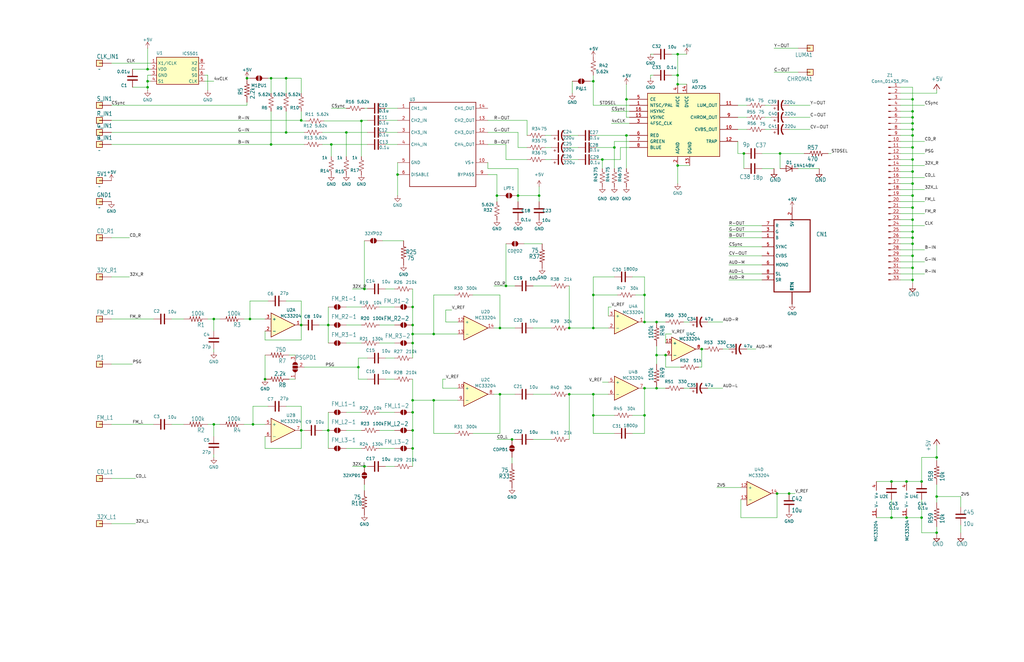
<source format=kicad_sch>
(kicad_sch (version 20250114) (generator "eeschema") (generator_version "9.0")
  (paper "B")
  (lib_symbols
    (symbol "3bpV2A_RevC-eagle-import:+5V" (power)
      (property "Value" "+5V" (at -2.54 -5.08 90))
      (symbol "+5V_1_0"
        (pin power_in line (at 0 -2.54 90) (length 2.54) (name "+5V") (number "1"))
      )
    )
    (symbol "3bpV2A_RevC-eagle-import:GND" (power)
      (property "Value" "GND" (at -1.905 -3.175 0))
      (symbol "GND_1_0"
        (pin power_in line (at 0 2.54 270) (length 2.54) (name "GND") (number "1"))
      )
    )
    (symbol "3bpV2A_RevC-eagle-import:R-US_R0603"
      (property "Reference" "R" (at -3.81 1.4986 0))
      (property "Value" "R-US_R0603" (at -3.81 -3.302 0))
      (symbol "R-US_R0603_1_0"
        (pin passive line (at -5.08 0 0) (length 2.54) (name "1") (number "1"))
        (pin passive line (at 5.08 0 180) (length 2.54) (name "2") (number "2"))
      )
    )
    (symbol "Connector:Conn_01x33_Pin" (pin_names (offset 1.016) (hide yes))
      (property "Reference" "J" (at 0 43.18 0))
      (property "Value" "Conn_01x33_Pin" (at 0 -43.18 0))
      (symbol "Conn_01x33_Pin_1_1"
        (pin passive line (at 5.08 40.64 180) (length 3.81) (name "Pin_1") (number "1"))
        (pin passive line (at 5.08 38.1 180) (length 3.81) (name "Pin_2") (number "2"))
        (pin passive line (at 5.08 35.56 180) (length 3.81) (name "Pin_3") (number "3"))
        (pin passive line (at 5.08 33.02 180) (length 3.81) (name "Pin_4") (number "4"))
        (pin passive line (at 5.08 30.48 180) (length 3.81) (name "Pin_5") (number "5"))
        (pin passive line (at 5.08 27.94 180) (length 3.81) (name "Pin_6") (number "6"))
        (pin passive line (at 5.08 25.4 180) (length 3.81) (name "Pin_7") (number "7"))
        (pin passive line (at 5.08 22.86 180) (length 3.81) (name "Pin_8") (number "8"))
        (pin passive line (at 5.08 20.32 180) (length 3.81) (name "Pin_9") (number "9"))
        (pin passive line (at 5.08 17.78 180) (length 3.81) (name "Pin_10") (number "10"))
        (pin passive line (at 5.08 15.24 180) (length 3.81) (name "Pin_11") (number "11"))
        (pin passive line (at 5.08 12.7 180) (length 3.81) (name "Pin_12") (number "12"))
        (pin passive line (at 5.08 10.16 180) (length 3.81) (name "Pin_13") (number "13"))
        (pin passive line (at 5.08 7.62 180) (length 3.81) (name "Pin_14") (number "14"))
        (pin passive line (at 5.08 5.08 180) (length 3.81) (name "Pin_15") (number "15"))
        (pin passive line (at 5.08 2.54 180) (length 3.81) (name "Pin_16") (number "16"))
        (pin passive line (at 5.08 0 180) (length 3.81) (name "Pin_17") (number "17"))
        (pin passive line (at 5.08 -2.54 180) (length 3.81) (name "Pin_18") (number "18"))
        (pin passive line (at 5.08 -5.08 180) (length 3.81) (name "Pin_19") (number "19"))
        (pin passive line (at 5.08 -7.62 180) (length 3.81) (name "Pin_20") (number "20"))
        (pin passive line (at 5.08 -10.16 180) (length 3.81) (name "Pin_21") (number "21"))
        (pin passive line (at 5.08 -12.7 180) (length 3.81) (name "Pin_22") (number "22"))
        (pin passive line (at 5.08 -15.24 180) (length 3.81) (name "Pin_23") (number "23"))
        (pin passive line (at 5.08 -17.78 180) (length 3.81) (name "Pin_24") (number "24"))
        (pin passive line (at 5.08 -20.32 180) (length 3.81) (name "Pin_25") (number "25"))
        (pin passive line (at 5.08 -22.86 180) (length 3.81) (name "Pin_26") (number "26"))
        (pin passive line (at 5.08 -25.4 180) (length 3.81) (name "Pin_27") (number "27"))
        (pin passive line (at 5.08 -27.94 180) (length 3.81) (name "Pin_28") (number "28"))
        (pin passive line (at 5.08 -30.48 180) (length 3.81) (name "Pin_29") (number "29"))
        (pin passive line (at 5.08 -33.02 180) (length 3.81) (name "Pin_30") (number "30"))
        (pin passive line (at 5.08 -35.56 180) (length 3.81) (name "Pin_31") (number "31"))
        (pin passive line (at 5.08 -38.1 180) (length 3.81) (name "Pin_32") (number "32"))
        (pin passive line (at 5.08 -40.64 180) (length 3.81) (name "Pin_33") (number "33"))
      )
    )
    (symbol "Device:C" (pin_numbers (hide yes)) (pin_names (offset 0.254))
      (property "Reference" "C" (at 0.635 2.54 0))
      (property "Value" "C" (at 0.635 -2.54 0))
      (symbol "C_1_1"
        (pin passive line (at 0 3.81 270) (length 2.794) (name "~") (number "1"))
        (pin passive line (at 0 -3.81 90) (length 2.794) (name "~") (number "2"))
      )
    )
    (symbol "Device:C_Polarized_US" (pin_numbers (hide yes)) (pin_names (offset 0.254) (hide yes))
      (property "Reference" "C" (at 0.635 2.54 0))
      (property "Value" "C_Polarized_US" (at 0.635 -2.54 0))
      (symbol "C_Polarized_US_1_1"
        (pin passive line (at 0 3.81 270) (length 2.794) (name "~") (number "1"))
        (pin passive line (at 0 -3.81 90) (length 3.302) (name "~") (number "2"))
      )
    )
    (symbol "Device:Opamp_Quad"
      (property "Reference" "U" (at 0 5.08 0))
      (property "Value" "Opamp_Quad" (at 0 -5.08 0))
      (symbol "Opamp_Quad_1_1"
        (pin input line (at -7.62 2.54 0) (length 2.54) (name "+") (number "3"))
        (pin input line (at -7.62 -2.54 0) (length 2.54) (name "-") (number "2"))
        (pin output line (at 7.62 0 180) (length 2.54) (name "~") (number "1"))
      )
      (symbol "Opamp_Quad_2_1"
        (pin input line (at -7.62 2.54 0) (length 2.54) (name "+") (number "5"))
        (pin input line (at -7.62 -2.54 0) (length 2.54) (name "-") (number "6"))
        (pin output line (at 7.62 0 180) (length 2.54) (name "~") (number "7"))
      )
      (symbol "Opamp_Quad_3_1"
        (pin input line (at -7.62 2.54 0) (length 2.54) (name "+") (number "10"))
        (pin input line (at -7.62 -2.54 0) (length 2.54) (name "-") (number "9"))
        (pin output line (at 7.62 0 180) (length 2.54) (name "~") (number "8"))
      )
      (symbol "Opamp_Quad_4_1"
        (pin input line (at -7.62 2.54 0) (length 2.54) (name "+") (number "12"))
        (pin input line (at -7.62 -2.54 0) (length 2.54) (name "-") (number "13"))
        (pin output line (at 7.62 0 180) (length 2.54) (name "~") (number "14"))
      )
      (symbol "Opamp_Quad_5_1"
        (pin power_in line (at -2.54 7.62 270) (length 3.81) (name "V+") (number "4"))
        (pin power_in line (at -2.54 -7.62 90) (length 3.81) (name "V-") (number "11"))
      )
    )
    (symbol "Device:R_US" (pin_numbers (hide yes)) (pin_names (offset 0))
      (property "Reference" "R" (at 2.54 0 90))
      (property "Value" "R_US" (at -2.54 0 90))
      (symbol "R_US_1_1"
        (pin passive line (at 0 3.81 270) (length 1.27) (name "~") (number "1"))
        (pin passive line (at 0 -3.81 90) (length 1.27) (name "~") (number "2"))
      )
    )
    (symbol "Diode:1N4148W" (pin_numbers (hide yes)) (pin_names (hide yes))
      (property "Reference" "D" (at 0 2.54 0))
      (property "Value" "1N4148W" (at 0 -2.54 0))
      (symbol "1N4148W_1_1"
        (pin passive line (at -3.81 0 0) (length 2.54) (name "K") (number "1"))
        (pin passive line (at 3.81 0 180) (length 2.54) (name "A") (number "2"))
      )
    )
    (symbol "ICS501:ICS501"
      (property "Reference" "IC" (at -8.89 8.636 0))
      (property "Value" "ICS501" (at -6.604 11.176 0))
      (symbol "ICS501_1_1"
        (pin input line (at -12.7 5.08 0) (length 2.54) (name "X1/ICLK") (number "1"))
        (pin power_in line (at -12.7 2.54 0) (length 2.54) (name "VDD") (number "2"))
        (pin power_in line (at -12.7 0 0) (length 2.54) (name "GND") (number "3"))
        (pin tri_state line (at -12.7 -2.54 0) (length 2.54) (name "S1") (number "4"))
        (pin output line (at 10.16 5.08 180) (length 2.54) (name "X2") (number "8"))
        (pin input line (at 10.16 2.54 180) (length 2.54) (name "OE") (number "7"))
        (pin tri_state line (at 10.16 0 180) (length 2.54) (name "S0") (number "6"))
        (pin output line (at 10.16 -2.54 180) (length 2.54) (name "CLK") (number "5"))
      )
    )
    (symbol "Jumper:SolderJumper_2_Open" (pin_numbers (hide yes)) (pin_names (offset 0) (hide yes)) (exclude_from_sim yes) (in_bom no)
      (property "Reference" "JP" (at 0 2.032 0))
      (property "Value" "SolderJumper_2_Open" (at 0 -2.54 0))
      (symbol "SolderJumper_2_Open_1_1"
        (pin passive line (at -3.81 0 0) (length 2.54) (name "A") (number "1"))
        (pin passive line (at 3.81 0 180) (length 2.54) (name "B") (number "2"))
      )
    )
    (symbol "Jumper:SolderJumper_3_Open" (pin_names (offset 0) (hide yes))
      (property "Reference" "JP" (at -2.54 -2.54 0))
      (property "Value" "SolderJumper_3_Open" (at 0 2.794 0))
      (symbol "SolderJumper_3_Open_1_1"
        (pin passive line (at -5.08 0 0) (length 2.54) (name "A") (number "1"))
        (pin passive line (at 0 -3.81 90) (length 2.54) (name "C") (number "2"))
        (pin passive line (at 5.08 0 180) (length 2.54) (name "B") (number "3"))
      )
    )
    (symbol "My_Library:MD-90SM_MD2"
      (property "Reference" "J" (at 2.54 17.145 0))
      (symbol "MD-90SM_MD2_1_0"
        (pin bidirectional line (at -12.7 13.97 0) (length 5.08) (name "R") (number "7"))
        (pin bidirectional line (at -12.7 11.43 0) (length 5.08) (name "G") (number "3"))
        (pin bidirectional line (at -12.7 8.89 0) (length 5.08) (name "B") (number "1"))
        (pin bidirectional line (at -12.7 5.08 0) (length 5.08) (name "SYNC") (number "5"))
        (pin bidirectional line (at -12.7 1.27 0) (length 5.08) (name "CVBS") (number "4"))
        (pin bidirectional line (at -12.7 -2.54 0) (length 5.08) (name "MONO") (number "6"))
        (pin bidirectional line (at -12.7 -6.35 0) (length 5.08) (name "SL") (number "8"))
        (pin bidirectional line (at -12.7 -8.89 0) (length 5.08) (name "SR") (number "9"))
        (pin bidirectional line (at 0 21.59 270) (length 5.08) (name "5V") (number "2"))
        (pin bidirectional line (at 0 -19.05 90) (length 5.08) (name "RTN") (number "S1"))
        (pin bidirectional line (at 0 -19.05 90) (length 5.08) (name "RTN") (number "S2"))
        (pin bidirectional line (at 0 -19.05 90) (length 5.08) (name "RTN") (number "S3"))
      )
    )
    (symbol "My_Library:SMD_Conn_01x01" (pin_numbers (hide yes)) (pin_names (offset 1.016) (hide yes)) (in_bom no)
      (property "Reference" "J" (at 0 2.54 0))
      (property "Value" "SMD_Conn_01x01" (at 0 -2.54 0))
      (symbol "SMD_Conn_01x01_1_1"
        (pin passive line (at 5.08 0 180) (length 3.81) (name "Pin_1") (number "1"))
      )
    )
    (symbol "My_Library:THS7374"
      (property "Reference" "IC" (at -10.16 10.668 0))
      (symbol "THS7374_1_0"
        (pin bidirectional line (at -15.24 7.62 0) (length 5.08) (name "CH1_IN") (number "1"))
        (pin bidirectional line (at -15.24 2.54 0) (length 5.08) (name "CH2_IN") (number "2"))
        (pin bidirectional line (at -15.24 -2.54 0) (length 5.08) (name "CH3_IN") (number "3"))
        (pin bidirectional line (at -15.24 -7.62 0) (length 5.08) (name "CH4_IN") (number "4"))
        (pin bidirectional line (at -15.24 -15.24 0) (length 5.08) (name "GND") (number "5"))
        (pin bidirectional line (at -15.24 -20.32 0) (length 5.08) (name "DISABLE") (number "6"))
        (pin bidirectional line (at 22.86 7.62 180) (length 5.08) (name "CH1_OUT") (number "14"))
        (pin bidirectional line (at 22.86 2.54 180) (length 5.08) (name "CH2_OUT") (number "13"))
        (pin bidirectional line (at 22.86 -2.54 180) (length 5.08) (name "CH3_OUT") (number "12"))
        (pin bidirectional line (at 22.86 -7.62 180) (length 5.08) (name "CH4_OUT") (number "11"))
        (pin bidirectional line (at 22.86 -15.24 180) (length 5.08) (name "VS+") (number "10"))
        (pin bidirectional line (at 22.86 -20.32 180) (length 5.08) (name "BYPASS") (number "9"))
      )
    )
    (symbol "Video:AD725" (pin_names (offset 1.016))
      (property "Reference" "U" (at -13.97 13.97 0))
      (property "Value" "AD725" (at 12.7 13.97 0))
      (symbol "AD725_1_1"
        (pin power_in line (at -22.86 10.16 0) (length 7.62) (name "CE") (number "5"))
        (pin input line (at -22.86 7.62 0) (length 7.62) (name "NTSC/PAL") (number "1"))
        (pin input line (at -22.86 5.08 0) (length 7.62) (name "HSYNC") (number "16"))
        (pin input line (at -22.86 2.54 0) (length 7.62) (name "VSYNC") (number "15"))
        (pin input line (at -22.86 0 0) (length 7.62) (name "4FSC_CLK") (number "3"))
        (pin input line (at -22.86 -5.08 0) (length 7.62) (name "RED") (number "6"))
        (pin input line (at -22.86 -7.62 0) (length 7.62) (name "GREEN") (number "7"))
        (pin input line (at -22.86 -10.16 0) (length 7.62) (name "BLUE") (number "8"))
        (pin power_in line (at -2.54 16.51 270) (length 3.81) (name "AVCC") (number "4"))
        (pin power_in line (at -2.54 -17.78 90) (length 3.81) (name "AGND") (number "2"))
        (pin power_in line (at 1.27 16.51 270) (length 3.81) (name "DVCC") (number "14"))
        (pin power_in line (at 2.54 -17.78 90) (length 3.81) (name "DGND") (number "13"))
        (pin output line (at 22.86 7.62 180) (length 7.62) (name "LUM_OUT") (number "11"))
        (pin output line (at 22.86 2.54 180) (length 7.62) (name "CHROM_OUT") (number "9"))
        (pin output line (at 22.86 -2.54 180) (length 7.62) (name "CVBS_OUT") (number "10"))
        (pin input line (at 22.86 -7.62 180) (length 7.62) (name "TRAP") (number "12"))
      )
    )
    (symbol "power:+5V" (power) (pin_numbers (hide yes)) (pin_names (offset 0) (hide yes))
      (property "Value" "+5V" (at 0 3.556 0))
      (symbol "+5V_1_1"
        (pin power_in line (at 0 0 90) (length 0) (name "~") (number "1"))
      )
    )
    (symbol "power:GND" (power) (pin_numbers (hide yes)) (pin_names (offset 0) (hide yes))
      (property "Value" "GND" (at 0 -3.81 0))
      (symbol "GND_1_1"
        (pin power_in line (at 0 0 270) (length 0) (name "~") (number "1"))
      )
    )
  )
  (junction (at 388.62 203.2))
  (junction (at 394.97 193.04))
  (junction (at 276.86 149.86))
  (junction (at 384.81 82.55))
  (junction (at 62.23 34.29))
  (junction (at 227.33 82.55))
  (junction (at 384.81 52.07))
  (junction (at 127 50.8))
  (junction (at 384.81 92.71))
  (junction (at 120.65 55.88))
  (junction (at 250.19 166.37))
  (junction (at 254 67.31))
  (junction (at 388.62 218.44))
  (junction (at 384.81 97.79))
  (junction (at 384.81 67.31))
  (junction (at 295.91 147.32))
  (junction (at 264.16 57.15))
  (junction (at 276.86 163.83))
  (junction (at 104.14 33.02))
  (junction (at 271.78 135.89))
  (junction (at 138.43 181.61))
  (junction (at 173.99 129.54))
  (junction (at 250.19 138.43))
  (junction (at 173.99 189.23))
  (junction (at 382.27 218.44))
  (junction (at 285.75 35.56))
  (junction (at 384.81 100.33))
  (junction (at 182.88 168.91))
  (junction (at 375.92 203.2))
  (junction (at 384.81 72.39))
  (junction (at 327.66 208.28))
  (junction (at 382.27 203.2))
  (junction (at 173.99 168.91))
  (junction (at 384.81 113.03))
  (junction (at 264.16 41.91))
  (junction (at 127 137.16))
  (junction (at 90.17 134.62))
  (junction (at 271.78 124.46))
  (junction (at 280.67 149.86))
  (junction (at 384.81 102.87))
  (junction (at 384.81 77.47))
  (junction (at 250.19 124.46))
  (junction (at 271.78 175.26))
  (junction (at 313.69 64.77))
  (junction (at 384.81 49.53))
  (junction (at 173.99 140.97))
  (junction (at 151.13 154.94))
  (junction (at 384.81 54.61))
  (junction (at 173.99 181.61))
  (junction (at 120.65 33.02))
  (junction (at 62.23 36.83))
  (junction (at 285.75 31.75))
  (junction (at 106.68 179.07))
  (junction (at 127 181.61))
  (junction (at 138.43 137.16))
  (junction (at 240.03 138.43))
  (junction (at 173.99 137.16))
  (junction (at 332.74 208.28))
  (junction (at 111.76 160.02))
  (junction (at 384.81 107.95))
  (junction (at 62.23 29.21))
  (junction (at 153.67 121.92))
  (junction (at 146.05 55.88))
  (junction (at 259.08 62.23))
  (junction (at 167.64 73.66))
  (junction (at 209.55 82.55))
  (junction (at 215.9 185.42))
  (junction (at 375.92 218.44))
  (junction (at 394.97 224.79))
  (junction (at 153.67 196.85))
  (junction (at 114.3 60.96))
  (junction (at 384.81 118.11))
  (junction (at 173.99 173.99))
  (junction (at 173.99 144.78))
  (junction (at 182.88 140.97))
  (junction (at 90.17 179.07))
  (junction (at 218.44 82.55))
  (junction (at 105.41 134.62))
  (junction (at 328.93 64.77))
  (junction (at 384.81 41.91))
  (junction (at 394.97 209.55))
  (junction (at 384.81 62.23))
  (junction (at 276.86 135.89))
  (junction (at 285.75 69.85))
  (junction (at 250.19 34.29))
  (junction (at 152.4 51.0353))
  (junction (at 384.81 46.99))
  (junction (at 285.75 22.86))
  (junction (at 240.03 166.37))
  (junction (at 271.78 163.83))
  (junction (at 210.82 138.43))
  (junction (at 384.81 57.15))
  (junction (at 114.3 33.02))
  (junction (at 250.19 175.26))
  (junction (at 139.7 60.96))
  (junction (at 213.36 120.65))
  (junction (at 210.82 166.37))
  (junction (at 384.81 87.63))
  (wire (pts (xy 285.75 22.86) (xy 285.75 31.75)))
  (wire (pts (xy 265.43 44.45) (xy 250.19 44.45)))
  (wire (pts (xy 135.89 181.61) (xy 138.43 181.61)))
  (wire (pts (xy 210.82 124.46) (xy 210.82 138.43)))
  (wire (pts (xy 394.97 193.04) (xy 394.97 194.31)))
  (wire (pts (xy 160.02 181.61) (xy 166.37 181.61)))
  (wire (pts (xy 173.99 121.92) (xy 173.99 129.54)))
  (wire (pts (xy 90.17 147.32) (xy 90.17 148.59)))
  (wire (pts (xy 205.74 60.96) (xy 213.36 60.96)))
  (wire (pts (xy 379.73 87.63) (xy 384.81 87.63)))
  (wire (pts (xy 229.87 62.23) (xy 232.41 62.23)))
  (wire (pts (xy 173.99 129.54) (xy 173.99 137.16)))
  (wire (pts (xy 62.23 29.21) (xy 62.23 20.32)))
  (wire (pts (xy 379.73 39.37) (xy 394.97 39.37)))
  (wire (pts (xy 205.74 71.12) (xy 205.74 68.58)))
  (wire (pts (xy 379.73 64.77) (xy 389.89 64.77)))
  (wire (pts (xy 394.97 187.96) (xy 394.97 193.04)))
  (wire (pts (xy 210.82 166.37) (xy 217.17 166.37)))
  (wire (pts (xy 384.81 52.07) (xy 384.81 49.53)))
  (wire (pts (xy 62.23 34.29) (xy 62.23 36.83)))
  (wire (pts (xy 167.64 73.66) (xy 167.64 82.55)))
  (wire (pts (xy 322.58 44.45) (xy 325.12 44.45)))
  (wire (pts (xy 328.93 64.77) (xy 321.31 64.77)))
  (wire (pts (xy 72.39 179.07) (xy 77.47 179.07)))
  (wire (pts (xy 298.45 163.83) (xy 304.8 163.83)))
  (wire (pts (xy 87.63 134.62) (xy 90.17 134.62)))
  (wire (pts (xy 213.36 67.31) (xy 222.25 67.31)))
  (wire (pts (xy 276.86 135.89) (xy 280.67 135.89)))
  (wire (pts (xy 182.88 168.91) (xy 193.04 168.91)))
  (wire (pts (xy 209.55 82.55) (xy 210.82 82.55)))
  (wire (pts (xy 276.86 149.86) (xy 280.67 149.86)))
  (wire (pts (xy 208.28 166.37) (xy 210.82 166.37)))
  (wire (pts (xy 312.42 218.44) (xy 327.66 218.44)))
  (wire (pts (xy 182.88 182.88) (xy 182.88 168.91)))
  (wire (pts (xy 369.57 203.2) (xy 375.92 203.2)))
  (wire (pts (xy 205.74 50.8) (xy 222.25 50.8)))
  (wire (pts (xy 405.13 213.995) (xy 405.13 209.55)))
  (wire (pts (xy 332.74 49.53) (xy 341.63 49.53)))
  (wire (pts (xy 379.73 44.45) (xy 389.89 44.45)))
  (wire (pts (xy 114.3 33.02) (xy 120.65 33.02)))
  (wire (pts (xy 162.56 55.88) (xy 167.64 55.88)))
  (wire (pts (xy 250.19 116.84) (xy 250.19 124.46)))
  (wire (pts (xy 210.82 182.88) (xy 210.82 166.37)))
  (wire (pts (xy 285.75 31.75) (xy 285.75 35.56)))
  (wire (pts (xy 127 39.37) (xy 127 33.02)))
  (wire (pts (xy 152.4 51.0353) (xy 152.4 66.04)))
  (wire (pts (xy 250.19 138.43) (xy 240.03 138.43)))
  (wire (pts (xy 271.78 116.84) (xy 271.78 124.46)))
  (wire (pts (xy 46.99 26.67) (xy 63.5 26.67)))
  (wire (pts (xy 218.44 71.12) (xy 218.44 82.55)))
  (wire (pts (xy 271.78 175.26) (xy 271.78 163.83)))
  (wire (pts (xy 138.43 173.99) (xy 138.43 181.61)))
  (wire (pts (xy 151.13 154.94) (xy 151.13 160.02)))
  (wire (pts (xy 121.92 160.02) (xy 124.46 160.02)))
  (wire (pts (xy 209.55 185.42) (xy 215.9 185.42)))
  (wire (pts (xy 289.56 22.86) (xy 285.75 22.86)))
  (wire (pts (xy 379.73 62.23) (xy 384.81 62.23)))
  (wire (pts (xy 275.59 22.86) (xy 274.32 22.86)))
  (wire (pts (xy 146.05 181.61) (xy 152.4 181.61)))
  (wire (pts (xy 87.63 31.75) (xy 87.63 38.1)))
  (wire (pts (xy 379.73 74.93) (xy 389.89 74.93)))
  (wire (pts (xy 87.63 179.07) (xy 90.17 179.07)))
  (wire (pts (xy 285.75 69.85) (xy 290.83 69.85)))
  (wire (pts (xy 120.65 46.99) (xy 120.65 55.88)))
  (wire (pts (xy 379.73 113.03) (xy 384.81 113.03)))
  (wire (pts (xy 302.26 205.74) (xy 312.42 205.74)))
  (wire (pts (xy 375.92 218.44) (xy 382.27 218.44)))
  (wire (pts (xy 187.96 130.81) (xy 187.96 135.89)))
  (wire (pts (xy 379.73 80.01) (xy 389.89 80.01)))
  (wire (pts (xy 224.79 120.65) (xy 232.41 120.65)))
  (wire (pts (xy 307.34 97.79) (xy 321.31 97.79)))
  (wire (pts (xy 129.54 137.16) (xy 127 137.16)))
  (wire (pts (xy 146.05 55.88) (xy 154.94 55.88)))
  (wire (pts (xy 394.97 39.37) (xy 394.97 38.1)))
  (wire (pts (xy 332.74 54.61) (xy 341.63 54.61)))
  (wire (pts (xy 120.65 55.88) (xy 128.27 55.88)))
  (wire (pts (xy 274.32 31.75) (xy 274.32 33.02)))
  (wire (pts (xy 120.65 33.02) (xy 127 33.02)))
  (wire (pts (xy 154.94 151.13) (xy 151.13 151.13)))
  (wire (pts (xy 384.81 54.61) (xy 384.81 52.07)))
  (wire (pts (xy 332.74 208.28) (xy 335.28 208.28)))
  (wire (pts (xy 152.4 51.0353) (xy 152.4 50.8)))
  (wire (pts (xy 326.39 30.48) (xy 336.55 30.48)))
  (wire (pts (xy 379.73 105.41) (xy 389.89 105.41)))
  (wire (pts (xy 388.62 203.2) (xy 388.62 193.04)))
  (wire (pts (xy 332.74 44.45) (xy 341.63 44.45)))
  (wire (pts (xy 90.17 134.62) (xy 92.71 134.62)))
  (wire (pts (xy 257.81 52.07) (xy 265.43 52.07)))
  (wire (pts (xy 134.62 137.16) (xy 138.43 137.16)))
  (wire (pts (xy 271.78 163.83) (xy 276.86 163.83)))
  (wire (pts (xy 205.74 71.12) (xy 218.44 71.12)))
  (wire (pts (xy 127 189.23) (xy 127 181.61)))
  (wire (pts (xy 213.36 60.96) (xy 213.36 67.31)))
  (wire (pts (xy 153.67 121.92) (xy 154.94 121.92)))
  (wire (pts (xy 111.76 149.86) (xy 111.76 160.02)))
  (wire (pts (xy 209.55 85.09) (xy 209.55 82.55)))
  (wire (pts (xy 104.14 44.45) (xy 104.14 43.18)))
  (wire (pts (xy 186.69 163.83) (xy 193.04 163.83)))
  (wire (pts (xy 210.82 138.43) (xy 217.17 138.43)))
  (wire (pts (xy 384.81 119.38) (xy 384.81 118.11)))
  (wire (pts (xy 162.56 151.13) (xy 166.37 151.13)))
  (wire (pts (xy 321.31 71.12) (xy 326.39 71.12)))
  (wire (pts (xy 127 127) (xy 127 137.16)))
  (wire (pts (xy 379.73 90.17) (xy 389.89 90.17)))
  (wire (pts (xy 139.7 60.96) (xy 154.94 60.96)))
  (wire (pts (xy 271.78 135.89) (xy 276.86 135.89)))
  (wire (pts (xy 379.73 52.07) (xy 384.81 52.07)))
  (wire (pts (xy 314.96 147.32) (xy 318.77 147.32)))
  (wire (pts (xy 173.99 189.23) (xy 173.99 196.85)))
  (wire (pts (xy 63.5 31.75) (xy 62.23 31.75)))
  (wire (pts (xy 326.39 20.32) (xy 336.55 20.32)))
  (wire (pts (xy 213.36 102.87) (xy 213.36 120.65)))
  (wire (pts (xy 153.67 101.6) (xy 153.67 121.92)))
  (wire (pts (xy 384.81 118.11) (xy 384.81 113.03)))
  (wire (pts (xy 265.43 49.53) (xy 264.16 49.53)))
  (wire (pts (xy 384.81 67.31) (xy 384.81 62.23)))
  (wire (pts (xy 307.34 115.57) (xy 321.31 115.57)))
  (wire (pts (xy 311.15 49.53) (xy 314.96 49.53)))
  (wire (pts (xy 349.25 64.77) (xy 350.52 64.77)))
  (wire (pts (xy 327.66 208.28) (xy 332.74 208.28)))
  (wire (pts (xy 379.73 59.69) (xy 389.89 59.69)))
  (wire (pts (xy 379.73 49.53) (xy 384.81 49.53)))
  (wire (pts (xy 384.81 41.91) (xy 384.81 36.83)))
  (wire (pts (xy 384.81 57.15) (xy 384.81 54.61)))
  (wire (pts (xy 90.17 191.77) (xy 90.17 193.04)))
  (wire (pts (xy 127 51.0353) (xy 127 50.8)))
  (wire (pts (xy 379.73 72.39) (xy 384.81 72.39)))
  (wire (pts (xy 224.79 166.37) (xy 232.41 166.37)))
  (wire (pts (xy 311.15 64.77) (xy 313.69 64.77)))
  (wire (pts (xy 256.54 166.37) (xy 250.19 166.37)))
  (wire (pts (xy 139.7 45.72) (xy 146.05 45.72)))
  (wire (pts (xy 257.81 129.54) (xy 256.54 129.54)))
  (wire (pts (xy 379.73 77.47) (xy 384.81 77.47)))
  (wire (pts (xy 127 181.61) (xy 128.27 181.61)))
  (wire (pts (xy 113.03 171.45) (xy 106.68 171.45)))
  (wire (pts (xy 379.73 107.95) (xy 384.81 107.95)))
  (wire (pts (xy 222.25 50.8) (xy 222.25 57.15)))
  (wire (pts (xy 148.59 196.85) (xy 153.67 196.85)))
  (wire (pts (xy 113.03 127) (xy 105.41 127)))
  (wire (pts (xy 271.78 124.46) (xy 271.78 135.89)))
  (wire (pts (xy 304.8 147.32) (xy 307.34 147.32)))
  (wire (pts (xy 388.62 224.79) (xy 394.97 224.79)))
  (wire (pts (xy 186.69 160.02) (xy 186.69 163.83)))
  (wire (pts (xy 90.17 134.62) (xy 90.17 139.7)))
  (wire (pts (xy 46.99 201.93) (xy 57.15 201.93)))
  (wire (pts (xy 160.02 137.16) (xy 166.37 137.16)))
  (wire (pts (xy 322.58 49.53) (xy 325.12 49.53)))
  (wire (pts (xy 136.6265 51.0353) (xy 152.4 51.0353)))
  (wire (pts (xy 182.88 124.46) (xy 182.88 140.97)))
  (wire (pts (xy 264.16 49.53) (xy 264.16 41.91)))
  (wire (pts (xy 375.92 203.2) (xy 382.27 203.2)))
  (wire (pts (xy 173.99 168.91) (xy 173.99 173.99)))
  (wire (pts (xy 266.7 175.26) (xy 271.78 175.26)))
  (wire (pts (xy 285.75 69.85) (xy 285.75 77.47)))
  (wire (pts (xy 138.43 129.54) (xy 138.43 137.16)))
  (wire (pts (xy 384.81 72.39) (xy 384.81 67.31)))
  (wire (pts (xy 160.02 129.54) (xy 166.37 129.54)))
  (wire (pts (xy 261.62 62.23) (xy 265.43 62.23)))
  (wire (pts (xy 254 161.29) (xy 256.54 161.29)))
  (wire (pts (xy 379.73 115.57) (xy 389.89 115.57)))
  (wire (pts (xy 127 137.16) (xy 127 143.51)))
  (wire (pts (xy 227.33 78.74) (xy 227.33 82.55)))
  (wire (pts (xy 264.16 57.15) (xy 265.43 57.15)))
  (wire (pts (xy 250.19 44.45) (xy 250.19 34.29)))
  (wire (pts (xy 276.86 149.86) (xy 276.86 153.67)))
  (wire (pts (xy 224.79 185.42) (xy 232.41 185.42)))
  (wire (pts (xy 275.59 31.75) (xy 274.32 31.75)))
  (wire (pts (xy 287.02 154.94) (xy 280.67 154.94)))
  (wire (pts (xy 382.27 218.44) (xy 388.62 218.44)))
  (wire (pts (xy 384.81 113.03) (xy 384.81 107.95)))
  (wire (pts (xy 280.67 140.97) (xy 280.67 144.78)))
  (wire (pts (xy 312.42 210.82) (xy 312.42 218.44)))
  (wire (pts (xy 250.19 175.26) (xy 250.19 166.37)))
  (wire (pts (xy 240.03 62.23) (xy 243.84 62.23)))
  (wire (pts (xy 259.08 182.88) (xy 250.19 182.88)))
  (wire (pts (xy 162.56 121.92) (xy 166.37 121.92)))
  (wire (pts (xy 259.08 116.84) (xy 250.19 116.84)))
  (wire (pts (xy 105.41 127) (xy 105.41 134.62)))
  (wire (pts (xy 46.99 44.45) (xy 104.14 44.45)))
  (wire (pts (xy 127 51.0353) (xy 129.0065 51.0353)))
  (wire (pts (xy 384.81 92.71) (xy 384.81 97.79)))
  (wire (pts (xy 250.19 31.75) (xy 250.19 34.29)))
  (wire (pts (xy 379.73 85.09) (xy 389.89 85.09)))
  (wire (pts (xy 379.73 95.25) (xy 389.89 95.25)))
  (wire (pts (xy 328.93 71.12) (xy 328.93 64.77)))
  (wire (pts (xy 298.45 135.89) (xy 304.8 135.89)))
  (wire (pts (xy 218.44 85.09) (xy 218.44 82.55)))
  (wire (pts (xy 254 67.31) (xy 261.62 67.31)))
  (wire (pts (xy 240.03 166.37) (xy 240.03 185.42)))
  (wire (pts (xy 173.99 140.97) (xy 173.99 144.78)))
  (wire (pts (xy 227.33 85.09) (xy 227.33 82.55)))
  (wire (pts (xy 46.99 60.96) (xy 114.3 60.96)))
  (wire (pts (xy 162.56 45.72) (xy 167.64 45.72)))
  (wire (pts (xy 379.73 118.11) (xy 384.81 118.11)))
  (wire (pts (xy 173.99 168.91) (xy 182.88 168.91)))
  (wire (pts (xy 311.15 54.61) (xy 314.96 54.61)))
  (wire (pts (xy 375.92 210.82) (xy 375.92 218.44)))
  (wire (pts (xy 128.27 154.94) (xy 151.13 154.94)))
  (wire (pts (xy 276.86 146.05) (xy 276.86 149.86)))
  (wire (pts (xy 384.81 107.95) (xy 384.81 102.87)))
  (wire (pts (xy 379.73 67.31) (xy 384.81 67.31)))
  (wire (pts (xy 162.56 196.85) (xy 166.37 196.85)))
  (wire (pts (xy 327.66 218.44) (xy 327.66 208.28)))
  (wire (pts (xy 120.65 39.37) (xy 120.65 33.02)))
  (wire (pts (xy 146.05 55.88) (xy 146.05 66.04)))
  (wire (pts (xy 259.08 175.26) (xy 250.19 175.26)))
  (wire (pts (xy 379.73 97.79) (xy 384.81 97.79)))
  (wire (pts (xy 336.55 71.12) (xy 345.44 71.12)))
  (wire (pts (xy 162.56 50.8) (xy 167.64 50.8)))
  (wire (pts (xy 379.73 57.15) (xy 384.81 57.15)))
  (wire (pts (xy 46.99 100.33) (xy 54.61 100.33)))
  (wire (pts (xy 106.68 179.07) (xy 111.76 179.07)))
  (wire (pts (xy 114.3 33.02) (xy 113.03 33.02)))
  (wire (pts (xy 229.87 57.15) (xy 232.41 57.15)))
  (wire (pts (xy 162.56 60.96) (xy 167.64 60.96)))
  (wire (pts (xy 251.46 57.15) (xy 264.16 57.15)))
  (wire (pts (xy 62.23 36.83) (xy 62.23 38.1)))
  (wire (pts (xy 182.88 140.97) (xy 193.04 140.97)))
  (wire (pts (xy 86.36 34.29) (xy 90.17 34.29)))
  (wire (pts (xy 388.62 218.44) (xy 388.62 224.79)))
  (wire (pts (xy 405.13 224.79) (xy 405.13 221.615)))
  (wire (pts (xy 199.39 124.46) (xy 210.82 124.46)))
  (wire (pts (xy 285.75 35.56) (xy 289.56 35.56)))
  (wire (pts (xy 265.43 41.91) (xy 264.16 41.91)))
  (wire (pts (xy 160.02 189.23) (xy 166.37 189.23)))
  (wire (pts (xy 135.89 60.96) (xy 139.7 60.96)))
  (wire (pts (xy 152.4 50.8) (xy 154.94 50.8)))
  (wire (pts (xy 72.39 134.62) (xy 77.47 134.62)))
  (wire (pts (xy 62.23 34.29) (xy 63.5 34.29)))
  (wire (pts (xy 46.99 134.62) (xy 64.77 134.62)))
  (wire (pts (xy 160.02 144.78) (xy 166.37 144.78)))
  (wire (pts (xy 106.68 171.45) (xy 106.68 179.07)))
  (wire (pts (xy 294.64 154.94) (xy 295.91 154.94)))
  (wire (pts (xy 295.91 154.94) (xy 295.91 147.32)))
  (wire (pts (xy 218.44 82.55) (xy 227.33 82.55)))
  (wire (pts (xy 121.92 149.86) (xy 124.46 149.86)))
  (wire (pts (xy 250.19 175.26) (xy 250.19 182.88)))
  (wire (pts (xy 146.05 189.23) (xy 152.4 189.23)))
  (wire (pts (xy 90.17 179.07) (xy 92.71 179.07)))
  (wire (pts (xy 46.99 153.67) (xy 55.88 153.67)))
  (wire (pts (xy 153.67 204.47) (xy 153.67 207.01)))
  (wire (pts (xy 173.99 173.99) (xy 173.99 181.61)))
  (wire (pts (xy 240.03 57.15) (xy 243.84 57.15)))
  (wire (pts (xy 229.87 67.31) (xy 232.41 67.31)))
  (wire (pts (xy 205.74 73.66) (xy 209.55 73.66)))
  (wire (pts (xy 111.76 189.23) (xy 127 189.23)))
  (wire (pts (xy 369.57 218.44) (xy 375.92 218.44)))
  (wire (pts (xy 86.36 31.75) (xy 87.63 31.75)))
  (wire (pts (xy 135.89 55.88) (xy 146.05 55.88)))
  (wire (pts (xy 259.08 62.23) (xy 259.08 71.12)))
  (wire (pts (xy 127 171.45) (xy 127 181.61)))
  (wire (pts (xy 388.62 193.04) (xy 394.97 193.04)))
  (wire (pts (xy 120.65 171.45) (xy 127 171.45)))
  (wire (pts (xy 382.27 203.2) (xy 388.62 203.2)))
  (wire (pts (xy 190.5 130.81) (xy 187.96 130.81)))
  (wire (pts (xy 220.98 102.87) (xy 228.6 102.87)))
  (wire (pts (xy 160.02 173.99) (xy 166.37 173.99)))
  (wire (pts (xy 111.76 139.7) (xy 111.76 143.51)))
  (wire (pts (xy 167.64 68.58) (xy 167.64 73.66)))
  (wire (pts (xy 62.23 31.75) (xy 62.23 34.29)))
  (wire (pts (xy 146.05 144.78) (xy 152.4 144.78)))
  (wire (pts (xy 405.13 209.55) (xy 394.97 209.55)))
  (wire (pts (xy 379.73 69.85) (xy 389.89 69.85)))
  (wire (pts (xy 266.7 182.88) (xy 271.78 182.88)))
  (wire (pts (xy 388.62 210.82) (xy 388.62 218.44)))
  (wire (pts (xy 307.34 95.25) (xy 321.31 95.25)))
  (wire (pts (xy 208.28 138.43) (xy 210.82 138.43)))
  (wire (pts (xy 256.54 129.54) (xy 256.54 133.35)))
  (wire (pts (xy 379.73 92.71) (xy 384.81 92.71)))
  (wire (pts (xy 215.9 193.04) (xy 215.9 195.58)))
  (wire (pts (xy 173.99 140.97) (xy 182.88 140.97)))
  (wire (pts (xy 276.86 163.83) (xy 280.67 163.83)))
  (wire (pts (xy 146.05 173.99) (xy 152.4 173.99)))
  (wire (pts (xy 280.67 149.86) (xy 280.67 154.94)))
  (wire (pts (xy 46.99 116.84) (xy 54.61 116.84)))
  (wire (pts (xy 161.29 101.6) (xy 170.18 101.6)))
  (wire (pts (xy 384.81 87.63) (xy 384.81 82.55)))
  (wire (pts (xy 384.81 49.53) (xy 384.81 46.99)))
  (wire (pts (xy 379.73 41.91) (xy 384.81 41.91)))
  (wire (pts (xy 379.73 54.61) (xy 384.81 54.61)))
  (wire (pts (xy 251.46 62.23) (xy 259.08 62.23)))
  (wire (pts (xy 257.81 46.99) (xy 265.43 46.99)))
  (wire (pts (xy 384.81 46.99) (xy 384.81 41.91)))
  (wire (pts (xy 384.81 100.33) (xy 384.81 97.79)))
  (wire (pts (xy 46.99 55.88) (xy 120.65 55.88)))
  (wire (pts (xy 311.15 44.45) (xy 314.96 44.45)))
  (wire (pts (xy 114.3 46.99) (xy 114.3 60.96)))
  (wire (pts (xy 55.88 29.21) (xy 62.23 29.21)))
  (wire (pts (xy 394.97 209.55) (xy 394.97 204.47)))
  (wire (pts (xy 288.29 163.83) (xy 290.83 163.83)))
  (wire (pts (xy 328.93 64.77) (xy 339.09 64.77)))
  (wire (pts (xy 288.29 135.89) (xy 290.83 135.89)))
  (wire (pts (xy 384.81 77.47) (xy 384.81 72.39)))
  (wire (pts (xy 259.08 59.69) (xy 265.43 59.69)))
  (wire (pts (xy 261.62 67.31) (xy 261.62 62.23)))
  (wire (pts (xy 218.44 62.23) (xy 222.25 62.23)))
  (wire (pts (xy 173.99 181.61) (xy 173.99 189.23)))
  (wire (pts (xy 384.81 102.87) (xy 384.81 100.33)))
  (wire (pts (xy 264.16 41.91) (xy 264.16 35.56)))
  (wire (pts (xy 254 67.31) (xy 254 71.12)))
  (wire (pts (xy 209.55 73.66) (xy 209.55 82.55)))
  (wire (pts (xy 240.03 120.65) (xy 240.03 138.43)))
  (wire (pts (xy 250.19 34.29) (xy 248.92 34.29)))
  (wire (pts (xy 173.99 137.16) (xy 173.99 140.97)))
  (wire (pts (xy 146.05 137.16) (xy 152.4 137.16)))
  (wire (pts (xy 259.08 59.69) (xy 259.08 62.23)))
  (wire (pts (xy 384.81 82.55) (xy 384.81 77.47)))
  (wire (pts (xy 379.73 110.49) (xy 389.89 110.49)))
  (wire (pts (xy 307.34 100.33) (xy 321.31 100.33)))
  (wire (pts (xy 127 46.99) (xy 127 50.8)))
  (wire (pts (xy 307.34 111.76) (xy 321.31 111.76)))
  (wire (pts (xy 120.65 127) (xy 127 127)))
  (wire (pts (xy 173.99 160.02) (xy 173.99 168.91)))
  (wire (pts (xy 241.3 34.29) (xy 241.3 39.37)))
  (wire (pts (xy 379.73 100.33) (xy 384.81 100.33)))
  (wire (pts (xy 146.05 129.54) (xy 152.4 129.54)))
  (wire (pts (xy 379.73 102.87) (xy 384.81 102.87)))
  (wire (pts (xy 215.9 185.42) (xy 217.17 185.42)))
  (wire (pts (xy 102.87 179.07) (xy 106.68 179.07)))
  (wire (pts (xy 114.3 60.96) (xy 128.27 60.96)))
  (wire (pts (xy 283.21 140.97) (xy 280.67 140.97)))
  (wire (pts (xy 250.19 124.46) (xy 250.19 138.43)))
  (wire (pts (xy 240.03 67.31) (xy 243.84 67.31)))
  (wire (pts (xy 55.88 36.83) (xy 62.23 36.83)))
  (wire (pts (xy 111.76 184.15) (xy 111.76 189.23)))
  (wire (pts (xy 102.87 134.62) (xy 105.41 134.62)))
  (wire (pts (xy 256.54 138.43) (xy 250.19 138.43)))
  (wire (pts (xy 151.13 151.13) (xy 151.13 154.94)))
  (wire (pts (xy 313.69 71.12) (xy 313.69 64.77)))
  (wire (pts (xy 297.18 147.32) (xy 295.91 147.32)))
  (wire (pts (xy 384.81 36.83) (xy 379.73 36.83)))
  (wire (pts (xy 285.75 22.86) (xy 283.21 22.86)))
  (wire (pts (xy 307.34 104.14) (xy 321.31 104.14)))
  (wire (pts (xy 266.7 116.84) (xy 271.78 116.84)))
  (wire (pts (xy 267.97 124.46) (xy 271.78 124.46)))
  (wire (pts (xy 90.17 179.07) (xy 90.17 184.15)))
  (wire (pts (xy 384.81 62.23) (xy 384.81 57.15)))
  (wire (pts (xy 260.35 124.46) (xy 250.19 124.46)))
  (wire (pts (xy 311.15 59.69) (xy 311.15 64.77)))
  (wire (pts (xy 148.59 121.92) (xy 153.67 121.92)))
  (wire (pts (xy 114.3 39.37) (xy 114.3 33.02)))
  (wire (pts (xy 394.97 212.09) (xy 394.97 209.55)))
  (wire (pts (xy 264.16 57.15) (xy 264.16 71.12)))
  (wire (pts (xy 218.44 62.23) (xy 218.44 55.88)))
  (wire (pts (xy 379.73 82.55) (xy 384.81 82.55)))
  (wire (pts (xy 187.96 160.02) (xy 186.69 160.02)))
  (wire (pts (xy 307.34 107.95) (xy 321.31 107.95)))
  (wire (pts (xy 307.34 118.11) (xy 321.31 118.11)))
  (wire (pts (xy 205.74 55.88) (xy 218.44 55.88)))
  (wire (pts (xy 162.56 160.02) (xy 166.37 160.02)))
  (wire (pts (xy 138.43 137.16) (xy 138.43 144.78)))
  (wire (pts (xy 153.67 45.72) (xy 154.94 45.72)))
  (wire (pts (xy 105.41 134.62) (xy 111.76 134.62)))
  (wire (pts (xy 285.75 31.75) (xy 283.21 31.75)))
  (wire (pts (xy 46.99 179.07) (xy 64.77 179.07)))
  (wire (pts (xy 151.13 160.02) (xy 154.94 160.02)))
  (wire (pts (xy 191.77 124.46) (xy 182.88 124.46)))
  (wire (pts (xy 199.39 182.88) (xy 210.82 182.88)))
  (wire (pts (xy 173.99 144.78) (xy 173.99 151.13)))
  (wire (pts (xy 187.96 135.89) (xy 193.04 135.89)))
  (wire (pts (xy 224.79 138.43) (xy 232.41 138.43)))
  (wire (pts (xy 46.99 220.98) (xy 57.15 220.98)))
  (wire (pts (xy 111.76 143.51) (xy 127 143.51)))
  (wire (pts (xy 322.58 54.61) (xy 325.12 54.61)))
  (wire (pts (xy 213.36 120.65) (xy 217.17 120.65)))
  (wire (pts (xy 384.81 92.71) (xy 384.81 87.63)))
  (wire (pts (xy 394.97 224.79) (xy 394.97 222.25)))
  (wire (pts (xy 251.46 67.31) (xy 254 67.31)))
  (wire (pts (xy 63.5 29.21) (xy 62.23 29.21)))
  (wire (pts (xy 104.14 33.02) (xy 105.41 33.02)))
  (wire (pts (xy 208.28 120.65) (xy 213.36 120.65)))
  (wire (pts (xy 153.67 196.85) (xy 154.94 196.85)))
  (wire (pts (xy 139.7 60.96) (xy 139.7 66.04)))
  (wire (pts (xy 46.99 50.8) (xy 127 50.8)))
  (wire (pts (xy 250.19 166.37) (xy 240.03 166.37)))
  (wire (pts (xy 191.77 182.88) (xy 182.88 182.88)))
  (wire (pts (xy 138.43 181.61) (xy 138.43 189.23)))
  (wire (pts (xy 271.78 175.26) (xy 271.78 182.88)))
  (wire (pts (xy 379.73 46.99) (xy 384.81 46.99)))
  (label "STDSEL" (at 350.52 64.77 0))
  (label "32X_L" (at 389.89 80.01 0) (effects (font (size 1.2446 1.2446))))
  (label "32X_R" (at 389.89 69.85 0) (effects (font (size 1.2446 1.2446))))
  (label "B-OUT" (at 307.34 100.33 0))
  (label "PSG" (at 55.88 153.67 0) (effects (font (size 1.2446 1.2446))))
  (label "2V5" (at 405.13 209.55 0) (effects (font (size 1.2446 1.2446))))
  (label "PSG" (at 389.89 64.77 0) (effects (font (size 1.2446 1.2446))))
  (label "32X_L" (at 148.59 196.85 0) (effects (font (size 1.2446 1.2446))))
  (label "CSync" (at 46.99 44.45 0))
  (label "FM_R" (at 389.89 90.17 0) (effects (font (size 1.2446 1.2446))))
  (label "V_REF" (at 190.5 130.81 0) (effects (font (size 1.2446 1.2446))))
  (label "4xCLK" (at 257.81 52.07 0))
  (label "V_REF" (at 187.96 160.02 0) (effects (font (size 1.2446 1.2446))))
  (label "B-OUT" (at 208.28 60.96 0))
  (label "32X_R" (at 54.61 116.84 0) (effects (font (size 1.2446 1.2446))))
  (label "CSync" (at 257.81 46.99 0))
  (label "B-IN" (at 389.89 105.41 0) (effects (font (size 1.2446 1.2446))))
  (label "CD_L" (at 389.89 74.93 0) (effects (font (size 1.2446 1.2446))))
  (label "FM_L" (at 389.89 85.09 0) (effects (font (size 1.2446 1.2446))))
  (label "CV-OUT" (at 341.63 54.61 0))
  (label "AUD-M" (at 307.34 111.76 0) (effects (font (size 1.2446 1.2446))))
  (label "AUD-R" (at 304.8 135.89 0) (effects (font (size 1.2446 1.2446))))
  (label "AUD-L" (at 304.8 163.83 0) (effects (font (size 1.2446 1.2446))))
  (label "CD_R" (at 208.28 120.65 0) (effects (font (size 1.2446 1.2446))))
  (label "R-OUT" (at 307.34 95.25 0))
  (label "V_REF" (at 283.21 140.97 0) (effects (font (size 1.2446 1.2446))))
  (label "PSG" (at 137.16 154.94 0) (effects (font (size 1.2446 1.2446))))
  (label "V_REF" (at 254 161.29 180) (effects (font (size 1.2446 1.2446))))
  (label "Y-OUT" (at 341.63 44.45 0))
  (label "B-IN" (at 100.33 60.96 0) (effects (font (size 1.2446 1.2446))))
  (label "G-OUT" (at 307.34 97.79 0))
  (label "AUD-M" (at 318.77 147.32 0) (effects (font (size 1.2446 1.2446))))
  (label "CD_R" (at 54.61 100.33 0) (effects (font (size 1.2446 1.2446))))
  (label "V_REF" (at 335.28 208.28 0) (effects (font (size 1.2446 1.2446))))
  (label "R-OUT" (at 208.28 50.8 0))
  (label "R-IN" (at 100.33 50.8 0) (effects (font (size 1.2446 1.2446))))
  (label "FM_R" (at 54.61 134.62 0) (effects (font (size 1.2446 1.2446))))
  (label "CSync" (at 389.89 44.45 0))
  (label "Y-OUT" (at 326.39 20.32 0))
  (label "32X_L" (at 57.15 220.98 0) (effects (font (size 1.2446 1.2446))))
  (label "CD_L" (at 57.15 201.93 0) (effects (font (size 1.2446 1.2446))))
  (label "CSync" (at 139.7 45.72 0))
  (label "CD_R" (at 389.89 59.69 0) (effects (font (size 1.2446 1.2446))))
  (label "AUD-R" (at 307.34 118.11 0) (effects (font (size 1.2446 1.2446))))
  (label "CSync" (at 307.34 104.14 0))
  (label "G-IN" (at 389.89 110.49 0) (effects (font (size 1.2446 1.2446))))
  (label "CV-OUT" (at 307.34 107.95 0))
  (label "AUD-L" (at 307.34 115.57 0) (effects (font (size 1.2446 1.2446))))
  (label "STDSEL" (at 252.73 44.45 0))
  (label "R-IN" (at 389.89 115.57 0) (effects (font (size 1.2446 1.2446))))
  (label "G-OUT" (at 208.28 55.88 0))
  (label "C-OUT" (at 341.63 49.53 0))
  (label "32X_R" (at 148.59 121.92 0) (effects (font (size 1.2446 1.2446))))
  (label "4xCLK" (at 90.17 34.29 0))
  (label "2V5" (at 302.26 205.74 0) (effects (font (size 1.2446 1.2446))))
  (label "CLK" (at 389.89 95.25 0) (effects (font (size 1.2446 1.2446))))
  (label "C-OUT" (at 326.39 30.48 0))
  (label "FM_L" (at 55.88 179.07 0) (effects (font (size 1.2446 1.2446))))
  (label "CD_L" (at 209.55 185.42 0) (effects (font (size 1.2446 1.2446))))
  (label "CLK" (at 53.34 26.67 0) (effects (font (size 1.2446 1.2446))))
  (label "G-IN" (at 100.33 55.88 0) (effects (font (size 1.2446 1.2446))))
  (label "V_REF" (at 257.81 129.54 0) (effects (font (size 1.2446 1.2446))))
  (symbol (lib_id "3bpV2A_RevC-eagle-import:+5V") (at 394.97 35.56 0) (unit 1)
    (property "Reference" "#P+012" (effects (hide yes)))
    (property "Value" "+5V" (at 392.684 34.29 0) (effects (font (size 1.778 1.5113)) (justify left bottom)))
    (property "Footprint" "3bpV2A_RevC:" (effects (hide yes)))
  )
  (symbol (lib_id "My_Library:SMD_Conn_01x01") (at 41.91 85.09 0) (unit 1) (in_bom no)
    (property "Reference" "GND1" (at 40.767 83.2358 0) (effects (font (size 1.778 1.5113)) (justify left bottom)))
    (property "Value" "~" (at 41.91 87.63 0))
    (property "Footprint" "Connector_Wire:SolderWirePad_1x01_SMD_1x2mm" (effects (hide yes)))
  )
  (symbol (lib_id "Jumper:SolderJumper_2_Open") (at 142.24 189.23 0) (unit 1)
    (property "Reference" "FM_L3-1" (at 139.7 186.69 0) (effects (font (size 1.778 1.5113)) (justify left bottom)))
    (property "Value" "SolderJumper_2_Open" (effects (hide yes)))
    (property "Footprint" "Jumper:SolderJumper-2_P1.3mm_Open_RoundedPad1.0x1.5mm" (effects (hide yes)))
  )
  (symbol (lib_id "Device:C") (at 262.89 116.84 90) (unit 1)
    (property "Reference" "C30" (at 260.096 113.792 90))
    (property "Value" "1800p" (at 265.938 113.538 90))
    (property "Footprint" "Capacitor_SMD:C_0402_1005Metric" (effects (hide yes)))
    (property "Description" "Unpolarized capacitor" (effects (hide yes)))
  )
  (symbol (lib_id "Jumper:SolderJumper_2_Open") (at 157.48 101.6 0) (unit 1)
    (property "Reference" "32XPD2" (at 157.48 98.552 0))
    (property "Value" "~" (at 157.48 97.79 0))
    (property "Footprint" "Jumper:SolderJumper-2_P1.3mm_Open_RoundedPad1.0x1.5mm" (effects (hide yes)))
    (property "Description" "Solder Jumper, 2-pole, open" (effects (hide yes)))
  )
  (symbol (lib_id "power:+5V") (at 264.16 35.56 0) (unit 1)
    (property "Reference" "#PWR026" (effects (hide yes)))
    (property "Value" "+5V" (at 264.16 32.004 0))
    (property "Description" "Power symbol creates a global label with name \"+5V\"" (effects (hide yes)))
  )
  (symbol (lib_id "Device:C") (at 158.75 55.88 90) (unit 1)
    (property "Reference" "C12" (at 161.544 54.864 90))
    (property "Value" "0.1u" (at 161.798 56.896 90))
    (property "Footprint" "Capacitor_SMD:C_0402_1005Metric" (effects (hide yes)))
    (property "Description" "Unpolarized capacitor" (effects (hide yes)))
  )
  (symbol (lib_id "Device:C_Polarized_US") (at 294.64 135.89 90) (unit 1)
    (property "Reference" "C34" (at 291.592 134.62 90))
    (property "Value" "47u" (at 298.958 134.62 90))
    (property "Footprint" "Capacitor_Tantalum_SMD:CP_EIA-3528-15_AVX-H" (effects (hide yes)))
    (property "Description" "Polarized capacitor, US symbol" (effects (hide yes)))
  )
  (symbol (lib_id "Device:R_US") (at 170.18 121.92 90) (unit 1)
    (property "Reference" "R26" (at 167.894 119.126 90))
    (property "Value" "210k" (at 173.482 119.126 90))
    (property "Footprint" "Resistor_SMD:R_0402_1005Metric" (effects (hide yes)))
    (property "Description" "Resistor, US symbol" (effects (hide yes)))
  )
  (symbol (lib_id "Device:C_Polarized_US") (at 294.64 163.83 90) (unit 1)
    (property "Reference" "C35" (at 291.592 162.56 90))
    (property "Value" "47u" (at 298.958 162.56 90))
    (property "Footprint" "Capacitor_Tantalum_SMD:CP_EIA-3528-15_AVX-H" (effects (hide yes)))
    (property "Description" "Polarized capacitor, US symbol" (effects (hide yes)))
  )
  (symbol (lib_id "3bpV2A_RevC-eagle-import:R-US_R0603") (at 394.97 199.39 90) (unit 1)
    (property "Reference" "R58" (at 393.4714 203.2 0) (effects (font (size 1.778 1.5113)) (justify left bottom)))
    (property "Value" "10k" (at 398.272 203.2 0) (effects (font (size 1.778 1.5113)) (justify left bottom)))
    (property "Footprint" "Resistor_SMD:R_0402_1005Metric" (effects (hide yes)))
  )
  (symbol (lib_id "Jumper:SolderJumper_2_Open") (at 170.18 129.54 0) (unit 1)
    (property "Reference" "FM_R1-2" (at 161.798 128.016 0) (effects (font (size 1.778 1.5113)) (justify left bottom)))
    (property "Value" "SolderJumper_2_Open" (effects (hide yes)))
    (property "Footprint" "Jumper:SolderJumper-2_P1.3mm_Open_RoundedPad1.0x1.5mm" (effects (hide yes)))
  )
  (symbol (lib_id "Device:C") (at 158.75 45.72 90) (unit 1)
    (property "Reference" "C10" (at 161.544 44.45 90))
    (property "Value" "0.1u" (at 161.798 46.736 90))
    (property "Footprint" "Capacitor_SMD:C_0402_1005Metric" (effects (hide yes)))
    (property "Description" "Unpolarized capacitor" (effects (hide yes)))
  )
  (symbol (lib_id "3bpV2A_RevC-eagle-import:R-US_R0603") (at 97.79 134.62 180) (unit 1)
    (property "Reference" "R3" (at 101.6 136.1186 0) (effects (font (size 1.778 1.5113)) (justify left bottom)))
    (property "Value" "100k" (at 101.6 131.318 0) (effects (font (size 1.778 1.5113)) (justify left bottom)))
    (property "Footprint" "Resistor_SMD:R_0402_1005Metric" (effects (hide yes)))
  )
  (symbol (lib_id "Jumper:SolderJumper_2_Open") (at 142.24 144.78 0) (unit 1)
    (property "Reference" "FM_R3-1" (at 139.7 142.24 0) (effects (font (size 1.778 1.5113)) (justify left bottom)))
    (property "Value" "SolderJumper_2_Open" (effects (hide yes)))
    (property "Footprint" "Jumper:SolderJumper-2_P1.3mm_Open_RoundedPad1.0x1.5mm" (effects (hide yes)))
  )
  (symbol (lib_id "Device:C") (at 332.74 212.09 0) (unit 1)
    (property "Reference" "C42" (at 333.756 211.455 0) (effects (font (size 1.778 1.5113)) (justify left bottom)))
    (property "Value" "10u" (at 333.756 216.281 0) (effects (font (size 1.778 1.5113)) (justify left bottom)))
    (property "Footprint" "Capacitor_SMD:C_0805_2012Metric" (effects (hide yes)))
  )
  (symbol (lib_id "Device:C") (at 218.44 88.9 0) (unit 1)
    (property "Reference" "C18" (at 221.742 88.9 0))
    (property "Value" "0.1u" (at 221.742 92.71 0))
    (property "Footprint" "Capacitor_SMD:C_0402_1005Metric" (effects (hide yes)))
    (property "Description" "Unpolarized capacitor" (effects (hide yes)))
  )
  (symbol (lib_id "Jumper:SolderJumper_2_Open") (at 245.11 34.29 180) (unit 1)
    (property "Reference" "PAL1" (at 245.11 37.338 0))
    (property "Value" "~" (at 245.11 38.1 0))
    (property "Footprint" "Jumper:SolderJumper-2_P1.3mm_Open_RoundedPad1.0x1.5mm" (effects (hide yes)))
    (property "Description" "Solder Jumper, 2-pole, open" (effects (hide yes)))
  )
  (symbol (lib_id "Device:R_US") (at 146.05 69.85 180) (unit 1)
    (property "Reference" "R15" (at 143.256 72.39 0))
    (property "Value" "1k" (at 143.256 66.548 0))
    (property "Footprint" "Resistor_SMD:R_0402_1005Metric" (effects (hide yes)))
    (property "Description" "Resistor, US symbol" (effects (hide yes)))
  )
  (symbol (lib_id "power:+5V") (at 62.23 20.32 0) (unit 1)
    (property "Reference" "#PWR03" (effects (hide yes)))
    (property "Value" "+5V" (at 62.23 16.764 0))
    (property "Description" "Power symbol creates a global label with name \"+5V\"" (effects (hide yes)))
  )
  (symbol (lib_id "power:GND") (at 90.17 193.04 0) (unit 1)
    (property "Reference" "#PWR07" (effects (hide yes)))
    (property "Value" "GND" (at 90.17 197.104 0))
    (property "Description" "Power symbol creates a global label with name \"GND\" , ground" (effects (hide yes)))
  )
  (symbol (lib_id "Device:C") (at 90.17 143.51 0) (unit 1)
    (property "Reference" "C4" (at 87.122 141.224 0))
    (property "Value" "27p" (at 87.122 146.304 0))
    (property "Footprint" "Capacitor_SMD:C_0402_1005Metric" (effects (hide yes)))
    (property "Description" "Unpolarized capacitor" (effects (hide yes)))
  )
  (symbol (lib_id "Device:C") (at 116.84 127 90) (unit 1)
    (property "Reference" "C6" (at 114.046 123.952 90))
    (property "Value" "27p" (at 119.888 123.698 90))
    (property "Footprint" "Capacitor_SMD:C_0402_1005Metric" (effects (hide yes)))
    (property "Description" "Unpolarized capacitor" (effects (hide yes)))
  )
  (symbol (lib_id "Device:R_US") (at 156.21 129.54 90) (unit 1)
    (property "Reference" "R19" (at 153.416 127.762 90))
    (property "Value" "10k" (at 159.258 127.762 90))
    (property "Footprint" "Resistor_SMD:R_0402_1005Metric" (effects (hide yes)))
    (property "Description" "Resistor, US symbol" (effects (hide yes)))
  )
  (symbol (lib_id "3bpV2A_RevC-eagle-import:R-US_R0603") (at 276.86 158.75 270) (unit 1)
    (property "Reference" "R49" (at 278.3586 154.94 0) (effects (font (size 1.778 1.5113)) (justify left bottom)))
    (property "Value" "100k" (at 273.558 154.94 0) (effects (font (size 1.778 1.5113)) (justify left bottom)))
    (property "Footprint" "Resistor_SMD:R_0402_1005Metric" (effects (hide yes)))
  )
  (symbol (lib_id "power:GND") (at 241.3 39.37 0) (unit 1)
    (property "Reference" "#PWR022" (effects (hide yes)))
    (property "Value" "GND" (at 241.3 43.18 0))
    (property "Description" "Power symbol creates a global label with name \"GND\" , ground" (effects (hide yes)))
  )
  (symbol (lib_id "Device:Opamp_Quad") (at 119.38 181.61 0) (unit 2)
    (property "Reference" "U2" (at 122.682 175.26 0))
    (property "Value" "MC33204" (at 122.682 177.8 0))
    (property "Footprint" "Package_SO:TSSOP-14_4.4x5mm_P0.65mm" (effects (hide yes)))
    (property "Description" "Quad operational amplifier" (effects (hide yes)))
    (property "Sim.Library" "${KICAD7_SYMBOL_DIR}/Simulation_SPICE.sp" (effects (hide yes)))
    (property "Sim.Name" "kicad_builtin_opamp_quad" (effects (hide yes)))
    (property "Sim.Device" "SUBCKT" (effects (hide yes)))
    (property "Sim.Pins" "1=out1 2=in1- 3=in1+ 4=vcc 5=in2+ 6=in2- 7=out2 8=out3 9=in3- 10=in3+ 11=vee 12=in4+ 13=in4- 14=out4" (effects (hide yes)))
  )
  (symbol (lib_id "My_Library:SMD_Conn_01x01") (at 41.91 116.84 0) (unit 1) (in_bom no)
    (property "Reference" "32X_R1" (at 40.767 114.9858 0) (effects (font (size 1.778 1.5113)) (justify left bottom)))
    (property "Value" "SMD_Conn_01x01" (effects (hide yes)))
    (property "Footprint" "Connector_Wire:SolderWirePad_1x01_SMD_1x2mm" (effects (hide yes)))
  )
  (symbol (lib_id "power:GND") (at 285.75 77.47 0) (unit 1)
    (property "Reference" "#PWR030" (effects (hide yes)))
    (property "Value" "GND" (at 285.75 81.534 0))
    (property "Description" "Power symbol creates a global label with name \"GND\" , ground" (effects (hide yes)))
  )
  (symbol (lib_id "My_Library:SMD_Conn_01x01") (at 341.63 20.32 180) (unit 1) (in_bom no)
    (property "Reference" "LUMA1" (at 342.773 22.1742 0) (effects (font (size 1.778 1.5113)) (justify left bottom)))
    (property "Value" "SMD_Conn_01x01" (effects (hide yes)))
    (property "Footprint" "Connector_Wire:SolderWirePad_1x01_SMD_1x2mm" (effects (hide yes)))
  )
  (symbol (lib_id "3bpV2A_RevC-eagle-import:GND") (at 405.13 227.33 0) (unit 1)
    (property "Reference" "#SUPPLY04" (effects (hide yes)))
    (property "Value" "GND" (at 403.225 230.505 0) (effects (font (size 1.778 1.5113)) (justify left bottom)))
    (property "Footprint" "3bpV2A_RevC:" (effects (hide yes)))
  )
  (symbol (lib_id "Device:R_US") (at 318.77 44.45 90) (unit 1)
    (property "Reference" "R54" (at 316.23 42.164 90))
    (property "Value" "75" (at 320.802 42.418 90))
    (property "Footprint" "Resistor_SMD:R_0402_1005Metric" (effects (hide yes)))
    (property "Description" "Resistor, US symbol" (effects (hide yes)))
  )
  (symbol (lib_id "Device:R_US") (at 318.77 49.53 90) (unit 1)
    (property "Reference" "R55" (at 316.738 47.244 90))
    (property "Value" "75" (at 321.056 47.244 90))
    (property "Footprint" "Resistor_SMD:R_0402_1005Metric" (effects (hide yes)))
    (property "Description" "Resistor, US symbol" (effects (hide yes)))
  )
  (symbol (lib_id "Device:R_US") (at 226.06 67.31 90) (unit 1)
    (property "Reference" "R36" (at 226.06 64.516 90))
    (property "Value" "75" (at 229.362 64.516 90))
    (property "Footprint" "Resistor_SMD:R_0402_1005Metric" (effects (hide yes)))
    (property "Description" "Resistor, US symbol" (effects (hide yes)))
  )
  (symbol (lib_id "Jumper:SolderJumper_2_Open") (at 153.67 200.66 90) (unit 1)
    (property "Reference" "32XPD1" (at 148.336 200.66 90))
    (property "Value" "~" (at 149.86 200.66 0))
    (property "Footprint" "Jumper:SolderJumper-2_P1.3mm_Open_RoundedPad1.0x1.5mm" (effects (hide yes)))
    (property "Description" "Solder Jumper, 2-pole, open" (effects (hide yes)))
  )
  (symbol (lib_id "power:GND") (at 254 78.74 0) (unit 1)
    (property "Reference" "#PWR024" (effects (hide yes)))
    (property "Value" "GND" (at 254 83.82 0))
    (property "Description" "Power symbol creates a global label with name \"GND\" , ground" (effects (hide yes)))
  )
  (symbol (lib_id "Jumper:SolderJumper_2_Open") (at 170.18 144.78 0) (unit 1)
    (property "Reference" "FM_R3-2" (at 162.306 142.748 0) (effects (font (size 1.778 1.5113)) (justify left bottom)))
    (property "Value" "SolderJumper_2_Open" (effects (hide yes)))
    (property "Footprint" "Jumper:SolderJumper-2_P1.3mm_Open_RoundedPad1.0x1.5mm" (effects (hide yes)))
  )
  (symbol (lib_id "Device:C") (at 375.92 207.01 0) (unit 1)
    (property "Reference" "C43" (at 376.682 212.598 0))
    (property "Value" "0.1u" (at 376.936 214.376 0))
    (property "Footprint" "Capacitor_SMD:C_0402_1005Metric" (effects (hide yes)))
    (property "Description" "Unpolarized capacitor" (effects (hide yes)))
  )
  (symbol (lib_id "power:GND") (at 332.74 215.9 0) (unit 1)
    (property "Reference" "#PWR031" (effects (hide yes)))
    (property "Value" "GND" (at 332.74 219.964 0))
    (property "Description" "Power symbol creates a global label with name \"GND\" , ground" (effects (hide yes)))
  )
  (symbol (lib_id "3bpV2A_RevC-eagle-import:GND") (at 326.39 73.66 0) (unit 1)
    (property "Reference" "#SUPPLY01" (effects (hide yes)))
    (property "Value" "GND" (at 324.485 76.835 0) (effects (font (size 1.778 1.5113)) (justify left bottom)))
    (property "Footprint" "3bpV2A_RevC:" (effects (hide yes)))
  )
  (symbol (lib_id "Device:C_Polarized_US") (at 236.22 67.31 90) (unit 1)
    (property "Reference" "C26" (at 239.268 66.04 90))
    (property "Value" "220u" (at 240.03 68.58 90))
    (property "Footprint" "Capacitor_Tantalum_SMD:CP_EIA-3528-15_AVX-H" (effects (hide yes)))
    (property "Description" "Polarized capacitor, US symbol" (effects (hide yes)))
  )
  (symbol (lib_id "Device:R_US") (at 156.21 173.99 90) (unit 1)
    (property "Reference" "R22" (at 153.416 172.212 90))
    (property "Value" "10k" (at 159.258 172.212 90))
    (property "Footprint" "Resistor_SMD:R_0402_1005Metric" (effects (hide yes)))
    (property "Description" "Resistor, US symbol" (effects (hide yes)))
  )
  (symbol (lib_id "Device:R_US") (at 149.86 45.72 90) (unit 1)
    (property "Reference" "R16" (at 147.574 42.926 90))
    (property "Value" "5.62k" (at 153.162 42.926 90))
    (property "Footprint" "Resistor_SMD:R_0402_1005Metric" (effects (hide yes)))
    (property "Description" "Resistor, US symbol" (effects (hide yes)))
  )
  (symbol (lib_id "Device:C") (at 55.88 33.02 180) (unit 1)
    (property "Reference" "C1" (at 52.324 36.068 0))
    (property "Value" "0.01u" (at 52.07 30.226 0))
    (property "Footprint" "Capacitor_SMD:C_0402_1005Metric" (effects (hide yes)))
    (property "Description" "Unpolarized capacitor" (effects (hide yes)))
  )
  (symbol (lib_id "My_Library:SMD_Conn_01x01") (at 41.91 100.33 0) (unit 1) (in_bom no)
    (property "Reference" "CD_R1" (at 40.767 98.4758 0) (effects (font (size 1.778 1.5113)) (justify left bottom)))
    (property "Value" "SMD_Conn_01x01" (effects (hide yes)))
    (property "Footprint" "Connector_Wire:SolderWirePad_1x01_SMD_1x2mm" (effects (hide yes)))
  )
  (symbol (lib_id "Connector:Conn_01x33_Pin") (at 374.65 77.47 0) (unit 1)
    (property "Reference" "Z1" (at 375.285 31.75 0))
    (property "Value" "Conn_01x33_Pin" (at 375.285 34.29 0))
    (property "Footprint" "Connector_FFC-FPC:Molex_502244-3330_1x33-1MP_P0.5mm_Horizontal" (effects (hide yes)))
    (property "Description" "Generic connector, single row, 01x33, script generated" (effects (hide yes)))
  )
  (symbol (lib_id "3bpV2A_RevC-eagle-import:R-US_R0603") (at 344.17 64.77 0) (unit 1)
    (property "Reference" "R57" (at 340.36 63.2714 0) (effects (font (size 1.778 1.5113)) (justify left bottom)))
    (property "Value" "470" (at 340.36 68.072 0) (effects (font (size 1.778 1.5113)) (justify left bottom)))
    (property "Footprint" "Resistor_SMD:R_0402_1005Metric" (effects (hide yes)))
  )
  (symbol (lib_id "Device:Opamp_Quad") (at 200.66 138.43 0) (unit 4)
    (property "Reference" "U2" (at 204.724 131.572 0))
    (property "Value" "MC33204" (at 204.724 134.112 0))
    (property "Footprint" "Package_SO:TSSOP-14_4.4x5mm_P0.65mm" (effects (hide yes)))
    (property "Description" "Quad operational amplifier" (effects (hide yes)))
    (property "Sim.Library" "${KICAD7_SYMBOL_DIR}/Simulation_SPICE.sp" (effects (hide yes)))
    (property "Sim.Name" "kicad_builtin_opamp_quad" (effects (hide yes)))
    (property "Sim.Device" "SUBCKT" (effects (hide yes)))
    (property "Sim.Pins" "1=out1 2=in1- 3=in1+ 4=vcc 5=in2+ 6=in2- 7=out2 8=out3 9=in3- 10=in3+ 11=vee 12=in4+ 13=in4- 14=out4" (effects (hide yes)))
  )
  (symbol (lib_id "Device:C") (at 247.65 62.23 90) (unit 1)
    (property "Reference" "C28" (at 250.444 61.214 90))
    (property "Value" "0.1u" (at 250.698 63.246 90))
    (property "Footprint" "Capacitor_SMD:C_0402_1005Metric" (effects (hide yes)))
    (property "Description" "Unpolarized capacitor" (effects (hide yes)))
  )
  (symbol (lib_id "3bpV2A_RevC-eagle-import:R-US_R0603") (at 82.55 134.62 180) (unit 1)
    (property "Reference" "R1" (at 86.36 136.1186 0) (effects (font (size 1.778 1.5113)) (justify left bottom)))
    (property "Value" "100k" (at 86.36 131.318 0) (effects (font (size 1.778 1.5113)) (justify left bottom)))
    (property "Footprint" "Resistor_SMD:R_0402_1005Metric" (effects (hide yes)))
  )
  (symbol (lib_id "power:+5V") (at 250.19 24.13 0) (unit 1)
    (property "Reference" "#PWR023" (effects (hide yes)))
    (property "Value" "+5V" (at 250.19 20.574 0))
    (property "Description" "Power symbol creates a global label with name \"+5V\"" (effects (hide yes)))
  )
  (symbol (lib_id "3bpV2A_RevC-eagle-import:R-US_R0603") (at 116.84 160.02 180) (unit 1)
    (property "Reference" "R8" (at 120.65 161.5186 0) (effects (font (size 1.778 1.5113)) (justify left bottom)))
    (property "Value" "2.2k" (at 120.65 156.718 0) (effects (font (size 1.778 1.5113)) (justify left bottom)))
    (property "Footprint" "Resistor_SMD:R_0402_1005Metric" (effects (hide yes)))
  )
  (symbol (lib_id "Device:C") (at 220.98 166.37 90) (unit 1)
    (property "Reference" "C21" (at 218.44 163.068 90))
    (property "Value" "10u" (at 225.044 163.322 90))
    (property "Footprint" "Capacitor_SMD:C_0805_2012Metric" (effects (hide yes)))
    (property "Description" "Unpolarized capacitor" (effects (hide yes)))
  )
  (symbol (lib_id "Device:R_US") (at 254 74.93 180) (unit 1)
    (property "Reference" "R43" (at 251.206 74.93 90))
    (property "Value" "75" (at 251.206 71.628 90))
    (property "Footprint" "Resistor_SMD:R_0402_1005Metric" (effects (hide yes)))
    (property "Description" "Resistor, US symbol" (effects (hide yes)))
  )
  (symbol (lib_id "Device:Opamp_Quad") (at 372.11 210.82 0) (unit 5)
    (property "Reference" "U2" (at 370.84 209.5499 0) (effects (justify left)))
    (property "Value" "MC33204" (at 369.316 228.6 90) (effects (justify left)))
    (property "Footprint" "Package_SO:TSSOP-14_4.4x5mm_P0.65mm" (effects (hide yes)))
    (property "Description" "Quad operational amplifier" (effects (hide yes)))
    (property "Sim.Library" "${KICAD7_SYMBOL_DIR}/Simulation_SPICE.sp" (effects (hide yes)))
    (property "Sim.Name" "kicad_builtin_opamp_quad" (effects (hide yes)))
    (property "Sim.Device" "SUBCKT" (effects (hide yes)))
    (property "Sim.Pins" "1=out1 2=in1- 3=in1+ 4=vcc 5=in2+ 6=in2- 7=out2 8=out3 9=in3- 10=in3+ 11=vee 12=in4+ 13=in4- 14=out4" (effects (hide yes)))
  )
  (symbol (lib_id "Device:R_US") (at 132.08 55.88 90) (unit 1)
    (property "Reference" "R12" (at 129.794 53.086 90))
    (property "Value" "5.62k" (at 135.382 53.086 90))
    (property "Footprint" "Resistor_SMD:R_0402_1005Metric" (effects (hide yes)))
    (property "Description" "Resistor, US symbol" (effects (hide yes)))
  )
  (symbol (lib_id "power:+5V") (at 46.99 76.2 0) (unit 1)
    (property "Reference" "#PWR01" (effects (hide yes)))
    (property "Value" "+5V" (at 46.99 72.644 0))
    (property "Description" "Power symbol creates a global label with name \"+5V\"" (effects (hide yes)))
  )
  (symbol (lib_id "My_Library:SMD_Conn_01x01") (at 41.91 60.96 0) (unit 1) (in_bom no)
    (property "Reference" "B_IN1" (at 40.767 59.1058 0) (effects (font (size 1.778 1.5113)) (justify left bottom)))
    (property "Value" "~" (at 41.91 63.5 0))
    (property "Footprint" "Connector_Wire:SolderWirePad_1x01_SMD_1x2mm" (effects (hide yes)))
  )
  (symbol (lib_id "My_Library:SMD_Conn_01x01") (at 41.91 179.07 0) (unit 1) (in_bom no)
    (property "Reference" "FM_L1" (at 40.767 177.2158 0) (effects (font (size 1.778 1.5113)) (justify left bottom)))
    (property "Value" "SMD_Conn_01x01" (effects (hide yes)))
    (property "Footprint" "Connector_Wire:SolderWirePad_1x01_SMD_1x2mm" (effects (hide yes)))
  )
  (symbol (lib_id "My_Library:SMD_Conn_01x01") (at 41.91 26.67 0) (unit 1) (in_bom no)
    (property "Reference" "CLK_IN1" (at 40.767 24.8158 0) (effects (font (size 1.778 1.5113)) (justify left bottom)))
    (property "Value" "~" (at 41.91 29.21 0))
    (property "Footprint" "Connector_Wire:SolderWirePad_1x01_SMD_1x2mm" (effects (hide yes)))
  )
  (symbol (lib_id "Device:Opamp_Quad") (at 384.81 210.82 0) (unit 5)
    (property "Reference" "U4" (at 383.54 209.5499 0) (effects (justify left)))
    (property "Value" "MC33204" (at 382.524 228.346 90) (effects (justify left)))
    (property "Footprint" "Package_SO:TSSOP-14_4.4x5mm_P0.65mm" (effects (hide yes)))
    (property "Description" "Quad operational amplifier" (effects (hide yes)))
    (property "Sim.Library" "${KICAD7_SYMBOL_DIR}/Simulation_SPICE.sp" (effects (hide yes)))
    (property "Sim.Name" "kicad_builtin_opamp_quad" (effects (hide yes)))
    (property "Sim.Device" "SUBCKT" (effects (hide yes)))
    (property "Sim.Pins" "1=out1 2=in1- 3=in1+ 4=vcc 5=in2+ 6=in2- 7=out2 8=out3 9=in3- 10=in3+ 11=vee 12=in4+ 13=in4- 14=out4" (effects (hide yes)))
  )
  (symbol (lib_id "Device:Opamp_Quad") (at 288.29 147.32 0) (unit 3)
    (property "Reference" "U4" (at 291.338 140.97 0))
    (property "Value" "MC33204" (at 290.83 143.002 0))
    (property "Footprint" "Package_SO:TSSOP-14_4.4x5mm_P0.65mm" (effects (hide yes)))
    (property "Description" "Quad operational amplifier" (effects (hide yes)))
    (property "Sim.Library" "${KICAD7_SYMBOL_DIR}/Simulation_SPICE.sp" (effects (hide yes)))
    (property "Sim.Name" "kicad_builtin_opamp_quad" (effects (hide yes)))
    (property "Sim.Device" "SUBCKT" (effects (hide yes)))
    (property "Sim.Pins" "1=out1 2=in1- 3=in1+ 4=vcc 5=in2+ 6=in2- 7=out2 8=out3 9=in3- 10=in3+ 11=vee 12=in4+ 13=in4- 14=out4" (effects (hide yes)))
  )
  (symbol (lib_id "Device:R_US") (at 262.89 175.26 90) (unit 1)
    (property "Reference" "R45" (at 260.604 172.466 90))
    (property "Value" "30k" (at 266.192 172.466 90))
    (property "Footprint" "Resistor_SMD:R_0402_1005Metric" (effects (hide yes)))
    (property "Description" "Resistor, US symbol" (effects (hide yes)))
  )
  (symbol (lib_id "Device:R_US") (at 195.58 182.88 90) (unit 1)
    (property "Reference" "R31" (at 193.294 180.086 90))
    (property "Value" "300k" (at 198.882 180.086 90))
    (property "Footprint" "Resistor_SMD:R_0402_1005Metric" (effects (hide yes)))
    (property "Description" "Resistor, US symbol" (effects (hide yes)))
  )
  (symbol (lib_id "My_Library:SMD_Conn_01x01") (at 41.91 201.93 0) (unit 1) (in_bom no)
    (property "Reference" "CD_L1" (at 40.767 200.0758 0) (effects (font (size 1.778 1.5113)) (justify left bottom)))
    (property "Value" "SMD_Conn_01x01" (effects (hide yes)))
    (property "Footprint" "Connector_Wire:SolderWirePad_1x01_SMD_1x2mm" (effects (hide yes)))
  )
  (symbol (lib_id "Device:C") (at 116.84 171.45 90) (unit 1)
    (property "Reference" "C7" (at 114.046 168.402 90))
    (property "Value" "27p" (at 119.888 168.148 90))
    (property "Footprint" "Capacitor_SMD:C_0402_1005Metric" (effects (hide yes)))
    (property "Description" "Unpolarized capacitor" (effects (hide yes)))
  )
  (symbol (lib_id "Device:R_US") (at 259.08 74.93 180) (unit 1)
    (property "Reference" "R44" (at 256.286 74.93 90))
    (property "Value" "75" (at 256.286 71.628 90))
    (property "Footprint" "Resistor_SMD:R_0402_1005Metric" (effects (hide yes)))
    (property "Description" "Resistor, US symbol" (effects (hide yes)))
  )
  (symbol (lib_id "Device:C") (at 130.81 137.16 90) (unit 1)
    (property "Reference" "C8" (at 129.54 133.604 90))
    (property "Value" "10u" (at 133.858 133.35 90))
    (property "Footprint" "Capacitor_SMD:C_0805_2012Metric" (effects (hide yes)))
    (property "Description" "Unpolarized capacitor" (effects (hide yes)))
  )
  (symbol (lib_id "power:GND") (at 259.08 78.74 0) (unit 1)
    (property "Reference" "#PWR025" (effects (hide yes)))
    (property "Value" "GND" (at 259.08 83.82 0))
    (property "Description" "Power symbol creates a global label with name \"GND\" , ground" (effects (hide yes)))
  )
  (symbol (lib_id "Device:R_US") (at 236.22 120.65 90) (unit 1)
    (property "Reference" "R38" (at 233.934 117.856 90))
    (property "Value" "21k" (at 239.522 117.856 90))
    (property "Footprint" "Resistor_SMD:R_0402_1005Metric" (effects (hide yes)))
    (property "Description" "Resistor, US symbol" (effects (hide yes)))
  )
  (symbol (lib_id "power:GND") (at 167.64 82.55 0) (unit 1)
    (property "Reference" "#PWR014" (effects (hide yes)))
    (property "Value" "GND" (at 167.64 86.614 0))
    (property "Description" "Power symbol creates a global label with name \"GND\" , ground" (effects (hide yes)))
  )
  (symbol (lib_id "power:GND") (at 228.6 113.03 0) (unit 1)
    (property "Reference" "#PWR021" (effects (hide yes)))
    (property "Value" "GND" (at 228.6 117.094 0))
    (property "Description" "Power symbol creates a global label with name \"GND\" , ground" (effects (hide yes)))
  )
  (symbol (lib_id "power:GND") (at 62.23 38.1 0) (unit 1)
    (property "Reference" "#PWR04" (effects (hide yes)))
    (property "Value" "GND" (at 62.23 42.164 0))
    (property "Description" "Power symbol creates a global label with name \"GND\" , ground" (effects (hide yes)))
  )
  (symbol (lib_id "Device:C") (at 388.62 207.01 0) (unit 1)
    (property "Reference" "C44" (at 388.874 212.598 0))
    (property "Value" "0.1u" (at 389.128 214.376 0))
    (property "Footprint" "Capacitor_SMD:C_0402_1005Metric" (effects (hide yes)))
    (property "Description" "Unpolarized capacitor" (effects (hide yes)))
  )
  (symbol (lib_id "Device:Opamp_Quad") (at 264.16 135.89 0) (unit 1)
    (property "Reference" "U4" (at 266.954 129.286 0))
    (property "Value" "MC33204" (at 266.954 131.826 0))
    (property "Footprint" "Package_SO:TSSOP-14_4.4x5mm_P0.65mm" (effects (hide yes)))
    (property "Description" "Quad operational amplifier" (effects (hide yes)))
    (property "Sim.Library" "${KICAD7_SYMBOL_DIR}/Simulation_SPICE.sp" (effects (hide yes)))
    (property "Sim.Name" "kicad_builtin_opamp_quad" (effects (hide yes)))
    (property "Sim.Device" "SUBCKT" (effects (hide yes)))
    (property "Sim.Pins" "1=out1 2=in1- 3=in1+ 4=vcc 5=in2+ 6=in2- 7=out2 8=out3 9=in3- 10=in3+ 11=vee 12=in4+ 13=in4- 14=out4" (effects (hide yes)))
  )
  (symbol (lib_id "Device:R_US") (at 318.77 54.61 90) (unit 1)
    (property "Reference" "R56" (at 316.992 52.07 90))
    (property "Value" "75" (at 321.564 52.324 90))
    (property "Footprint" "Resistor_SMD:R_0402_1005Metric" (effects (hide yes)))
    (property "Description" "Resistor, US symbol" (effects (hide yes)))
  )
  (symbol (lib_id "Device:R_US") (at 156.21 181.61 90) (unit 1)
    (property "Reference" "R23" (at 153.924 178.816 90))
    (property "Value" "100k" (at 159.512 178.816 90))
    (property "Footprint" "Resistor_SMD:R_0402_1005Metric" (effects (hide yes)))
    (property "Description" "Resistor, US symbol" (effects (hide yes)))
  )
  (symbol (lib_id "Device:C") (at 317.5 71.12 90) (unit 1)
    (property "Reference" "C38" (at 316.484 73.66 90) (effects (font (size 1.778 1.5113)) (justify left bottom)))
    (property "Value" "18p" (at 321.818 73.914 90) (effects (font (size 1.778 1.5113)) (justify left bottom)))
    (property "Footprint" "Capacitor_SMD:C_0402_1005Metric" (effects (hide yes)))
  )
  (symbol (lib_id "Device:C_Polarized_US") (at 311.15 147.32 90) (unit 1)
    (property "Reference" "C36" (at 308.102 146.05 90))
    (property "Value" "47u" (at 315.468 146.05 90))
    (property "Footprint" "Capacitor_Tantalum_SMD:CP_EIA-3528-15_AVX-H" (effects (hide yes)))
    (property "Description" "Polarized capacitor, US symbol" (effects (hide yes)))
  )
  (symbol (lib_id "Device:R_US") (at 132.08 60.96 90) (unit 1)
    (property "Reference" "R13" (at 130.048 58.166 90))
    (property "Value" "5.62k" (at 135.382 58.166 90))
    (property "Footprint" "Resistor_SMD:R_0402_1005Metric" (effects (hide yes)))
    (property "Description" "Resistor, US symbol" (effects (hide yes)))
  )
  (symbol (lib_id "Video:AD725") (at 288.29 52.07 0) (unit 1)
    (property "Reference" "U5" (at 291.7033 34.29 0) (effects (justify left)))
    (property "Value" "AD725" (at 291.7033 36.83 0) (effects (justify left)))
    (property "Footprint" "Package_SO:SOIC-16W_7.5x10.3mm_P1.27mm" (effects (hide yes)))
    (property "Datasheet" "https://www.analog.com/media/en/technical-documentation/data-sheets/AD725.pdf" (effects (hide yes)))
    (property "Description" "Low Cost RGB to NTSC/PAL Encoder with Luma Trap Port" (effects (hide yes)))
  )
  (symbol (lib_id "3bpV2A_RevC-eagle-import:R-US_R0603") (at 116.84 149.86 180) (unit 1)
    (property "Reference" "R7" (at 120.65 151.3586 0) (effects (font (size 1.778 1.5113)) (justify left bottom)))
    (property "Value" "750" (at 120.65 146.558 0) (effects (font (size 1.778 1.5113)) (justify left bottom)))
    (property "Footprint" "Resistor_SMD:R_0402_1005Metric" (effects (hide yes)))
  )
  (symbol (lib_id "Jumper:SolderJumper_3_Open") (at 124.46 154.94 90) (unit 1)
    (property "Reference" "PSGPD1" (at 133.604 149.86 90) (effects (font (size 1.778 1.5113)) (justify left bottom)))
    (property "Value" "SolderJumper_3_Open" (effects (hide yes)))
    (property "Footprint" "Jumper:SolderJumper-3_P1.3mm_Open_RoundedPad1.0x1.5mm" (effects (hide yes)))
  )
  (symbol (lib_id "Jumper:SolderJumper_2_Open") (at 142.24 137.16 0) (unit 1)
    (property "Reference" "FM_R2-1" (at 139.7 134.62 0) (effects (font (size 1.778 1.5113)) (justify left bottom)))
    (property "Value" "SolderJumper_2_Open" (effects (hide yes)))
    (property "Footprint" "Jumper:SolderJumper-2_P1.3mm_Open_RoundedPad1.0x1.5mm" (effects (hide yes)))
  )
  (symbol (lib_id "Device:R_US") (at 300.99 147.32 90) (unit 1)
    (property "Reference" "R53" (at 298.704 144.526 90))
    (property "Value" "330" (at 304.292 144.526 90))
    (property "Footprint" "Resistor_SMD:R_0402_1005Metric" (effects (hide yes)))
    (property "Description" "Resistor, US symbol" (effects (hide yes)))
  )
  (symbol (lib_id "Device:C") (at 158.75 121.92 90) (unit 1)
    (property "Reference" "C14" (at 156.21 118.618 90))
    (property "Value" "10u" (at 162.814 118.872 90))
    (property "Footprint" "Capacitor_SMD:C_0805_2012Metric" (effects (hide yes)))
    (property "Description" "Unpolarized capacitor" (effects (hide yes)))
  )
  (symbol (lib_id "Device:R_US") (at 264.16 74.93 180) (unit 1)
    (property "Reference" "R46" (at 261.366 74.93 90))
    (property "Value" "75" (at 261.366 71.628 90))
    (property "Footprint" "Resistor_SMD:R_0402_1005Metric" (effects (hide yes)))
    (property "Description" "Resistor, US symbol" (effects (hide yes)))
  )
  (symbol (lib_id "3bpV2A_RevC-eagle-import:R-US_R0603") (at 394.97 217.17 90) (unit 1)
    (property "Reference" "R59" (at 393.4714 220.98 0) (effects (font (size 1.778 1.5113)) (justify left bottom)))
    (property "Value" "10k" (at 398.272 220.98 0) (effects (font (size 1.778 1.5113)) (justify left bottom)))
    (property "Footprint" "Resistor_SMD:R_0402_1005Metric" (effects (hide yes)))
  )
  (symbol (lib_id "Jumper:SolderJumper_2_Open") (at 170.18 173.99 0) (unit 1)
    (property "Reference" "FM_L1-2" (at 162.052 172.212 0) (effects (font (size 1.778 1.5113)) (justify left bottom)))
    (property "Value" "SolderJumper_2_Open" (effects (hide yes)))
    (property "Footprint" "Jumper:SolderJumper-2_P1.3mm_Open_RoundedPad1.0x1.5mm" (effects (hide yes)))
  )
  (symbol (lib_id "power:GND") (at 274.32 22.86 0) (unit 1)
    (property "Reference" "#PWR028" (effects (hide yes)))
    (property "Value" "GND" (at 274.32 26.67 0))
    (property "Description" "Power symbol creates a global label with name \"GND\" , ground" (effects (hide yes)))
  )
  (symbol (lib_id "3bpV2A_RevC-eagle-import:R-US_R0603") (at 276.86 140.97 270) (unit 1)
    (property "Reference" "R48" (at 278.3586 137.16 0) (effects (font (size 1.778 1.5113)) (justify left bottom)))
    (property "Value" "100k" (at 273.558 137.16 0) (effects (font (size 1.778 1.5113)) (justify left bottom)))
    (property "Footprint" "Resistor_SMD:R_0402_1005Metric" (effects (hide yes)))
  )
  (symbol (lib_id "power:GND") (at 170.18 111.76 0) (unit 1)
    (property "Reference" "#PWR015" (effects (hide yes)))
    (property "Value" "GND" (at 170.18 115.824 0))
    (property "Description" "Power symbol creates a global label with name \"GND\" , ground" (effects (hide yes)))
  )
  (symbol (lib_id "Device:C_Polarized_US") (at 236.22 62.23 90) (unit 1)
    (property "Reference" "C25" (at 239.268 60.706 90))
    (property "Value" "220u" (at 239.776 63.246 90))
    (property "Footprint" "Capacitor_Tantalum_SMD:CP_EIA-3528-15_AVX-H" (effects (hide yes)))
    (property "Description" "Polarized capacitor, US symbol" (effects (hide yes)))
  )
  (symbol (lib_id "My_Library:SMD_Conn_01x01") (at 41.91 50.8 0) (unit 1) (in_bom no)
    (property "Reference" "R_IN1" (at 40.767 48.9458 0) (effects (font (size 1.778 1.5113)) (justify left bottom)))
    (property "Value" "~" (at 41.91 53.34 0))
    (property "Footprint" "Connector_Wire:SolderWirePad_1x01_SMD_1x2mm" (effects (hide yes)))
  )
  (symbol (lib_id "Device:C") (at 279.4 22.86 90) (unit 1)
    (property "Reference" "C32" (at 276.86 19.558 90))
    (property "Value" "10u" (at 283.464 19.812 90))
    (property "Footprint" "Capacitor_SMD:C_0805_2012Metric" (effects (hide yes)))
    (property "Description" "Unpolarized capacitor" (effects (hide yes)))
  )
  (symbol (lib_id "My_Library:SMD_Conn_01x01") (at 41.91 134.62 0) (unit 1) (in_bom no)
    (property "Reference" "FM_R1" (at 40.767 132.7658 0) (effects (font (size 1.778 1.5113)) (justify left bottom)))
    (property "Value" "SMD_Conn_01x01" (effects (hide yes)))
    (property "Footprint" "Connector_Wire:SolderWirePad_1x01_SMD_1x2mm" (effects (hide yes)))
  )
  (symbol (lib_id "Device:R_US") (at 127 43.18 180) (unit 1)
    (property "Reference" "R10" (at 124.206 45.466 0))
    (property "Value" "5.62k" (at 124.206 39.878 0))
    (property "Footprint" "Resistor_SMD:R_0402_1005Metric" (effects (hide yes)))
    (property "Description" "Resistor, US symbol" (effects (hide yes)))
  )
  (symbol (lib_id "power:GND") (at 218.44 92.71 0) (unit 1)
    (property "Reference" "#PWR018" (effects (hide yes)))
    (property "Value" "GND" (at 218.44 96.52 0))
    (property "Description" "Power symbol creates a global label with name \"GND\" , ground" (effects (hide yes)))
  )
  (symbol (lib_id "power:GND") (at 264.16 78.74 0) (unit 1)
    (property "Reference" "#PWR027" (effects (hide yes)))
    (property "Value" "GND" (at 264.16 83.82 0))
    (property "Description" "Power symbol creates a global label with name \"GND\" , ground" (effects (hide yes)))
  )
  (symbol (lib_id "power:GND") (at 146.05 73.66 0) (unit 1)
    (property "Reference" "#PWR011" (effects (hide yes)))
    (property "Value" "GND" (at 146.05 77.724 0))
    (property "Description" "Power symbol creates a global label with name \"GND\" , ground" (effects (hide yes)))
  )
  (symbol (lib_id "Device:R_US") (at 236.22 138.43 90) (unit 1)
    (property "Reference" "R39" (at 233.934 135.636 90))
    (property "Value" "30k" (at 239.522 135.636 90))
    (property "Footprint" "Resistor_SMD:R_0402_1005Metric" (effects (hide yes)))
    (property "Description" "Resistor, US symbol" (effects (hide yes)))
  )
  (symbol (lib_id "Jumper:SolderJumper_2_Open") (at 170.18 189.23 0) (unit 1)
    (property "Reference" "FM_L3-2" (at 162.052 187.452 0) (effects (font (size 1.778 1.5113)) (justify left bottom)))
    (property "Value" "SolderJumper_2_Open" (effects (hide yes)))
    (property "Footprint" "Jumper:SolderJumper-2_P1.3mm_Open_RoundedPad1.0x1.5mm" (effects (hide yes)))
  )
  (symbol (lib_id "3bpV2A_RevC-eagle-import:R-US_R0603") (at 215.9 200.66 270) (unit 1)
    (property "Reference" "R33" (at 210.312 201.93 90) (effects (font (size 1.778 1.5113)) (justify left bottom)))
    (property "Value" "75" (at 211.328 199.39 90) (effects (font (size 1.778 1.5113)) (justify left bottom)))
    (property "Footprint" "Resistor_SMD:R_0402_1005Metric" (effects (hide yes)))
  )
  (symbol (lib_id "My_Library:SMD_Conn_01x01") (at 341.63 30.48 180) (unit 1) (in_bom no)
    (property "Reference" "CHROMA1" (at 342.773 32.3342 0) (effects (font (size 1.778 1.5113)) (justify left bottom)))
    (property "Value" "SMD_Conn_01x01" (effects (hide yes)))
    (property "Footprint" "Connector_Wire:SolderWirePad_1x01_SMD_1x2mm" (effects (hide yes)))
  )
  (symbol (lib_id "Device:C") (at 158.75 196.85 90) (unit 1)
    (property "Reference" "C17" (at 156.21 193.548 90))
    (property "Value" "10u" (at 162.814 193.802 90))
    (property "Footprint" "Capacitor_SMD:C_0805_2012Metric" (effects (hide yes)))
    (property "Description" "Unpolarized capacitor" (effects (hide yes)))
  )
  (symbol (lib_id "Device:C") (at 279.4 31.75 90) (unit 1)
    (property "Reference" "C33" (at 276.86 28.448 90))
    (property "Value" "0.1u" (at 283.21 28.448 90))
    (property "Footprint" "Capacitor_SMD:C_0402_1005Metric" (effects (hide yes)))
    (property "Description" "Unpolarized capacitor" (effects (hide yes)))
  )
  (symbol (lib_id "power:GND") (at 87.63 38.1 0) (unit 1)
    (property "Reference" "#PWR05" (effects (hide yes)))
    (property "Value" "GND" (at 87.63 42.164 0))
    (property "Description" "Power symbol creates a global label with name \"GND\" , ground" (effects (hide yes)))
  )
  (symbol (lib_id "Device:R_US") (at 156.21 137.16 90) (unit 1)
    (property "Reference" "R20" (at 153.924 134.366 90))
    (property "Value" "100k" (at 159.512 134.366 90))
    (property "Footprint" "Resistor_SMD:R_0402_1005Metric" (effects (hide yes)))
    (property "Description" "Resistor, US symbol" (effects (hide yes)))
  )
  (symbol (lib_id "3bpV2A_RevC-eagle-import:+5V") (at 394.97 185.42 0) (unit 1)
    (property "Reference" "#P+01" (effects (hide yes)))
    (property "Value" "+5V" (at 392.43 190.5 90) (effects (font (size 1.778 1.5113)) (justify left bottom)))
    (property "Footprint" "3bpV2A_RevC:" (effects (hide yes)))
  )
  (symbol (lib_id "Device:C") (at 68.58 179.07 90) (unit 1)
    (property "Reference" "C3" (at 66.04 175.768 90))
    (property "Value" "10u" (at 72.644 176.022 90))
    (property "Footprint" "Capacitor_SMD:C_0805_2012Metric" (effects (hide yes)))
    (property "Description" "Unpolarized capacitor" (effects (hide yes)))
  )
  (symbol (lib_id "power:GND") (at 111.76 160.02 0) (unit 1)
    (property "Reference" "#PWR09" (effects (hide yes)))
    (property "Value" "GND" (at 111.76 164.084 0))
    (property "Description" "Power symbol creates a global label with name \"GND\" , ground" (effects (hide yes)))
  )
  (symbol (lib_id "Device:C") (at 90.17 187.96 0) (unit 1)
    (property "Reference" "C5" (at 87.122 185.674 0))
    (property "Value" "27p" (at 87.122 190.754 0))
    (property "Footprint" "Capacitor_SMD:C_0402_1005Metric" (effects (hide yes)))
    (property "Description" "Unpolarized capacitor" (effects (hide yes)))
  )
  (symbol (lib_id "Device:C") (at 68.58 134.62 90) (unit 1)
    (property "Reference" "C2" (at 66.04 131.318 90))
    (property "Value" "10u" (at 72.644 131.572 90))
    (property "Footprint" "Capacitor_SMD:C_0805_2012Metric" (effects (hide yes)))
    (property "Description" "Unpolarized capacitor" (effects (hide yes)))
  )
  (symbol (lib_id "Device:R_US") (at 156.21 189.23 90) (unit 1)
    (property "Reference" "R24" (at 153.416 187.452 90))
    (property "Value" "130k" (at 159.258 187.452 90))
    (property "Footprint" "Resistor_SMD:R_0402_1005Metric" (effects (hide yes)))
    (property "Description" "Resistor, US symbol" (effects (hide yes)))
  )
  (symbol (lib_id "Jumper:SolderJumper_2_Open") (at 170.18 181.61 0) (unit 1)
    (property "Reference" "FM_L2-2" (at 161.798 179.832 0) (effects (font (size 1.778 1.5113)) (justify left bottom)))
    (property "Value" "SolderJumper_2_Open" (effects (hide yes)))
    (property "Footprint" "Jumper:SolderJumper-2_P1.3mm_Open_RoundedPad1.0x1.5mm" (effects (hide yes)))
  )
  (symbol (lib_id "Jumper:SolderJumper_2_Open") (at 109.22 33.02 180) (unit 1)
    (property "Reference" "M1PU1" (at 109.22 36.068 0))
    (property "Value" "~" (at 109.22 36.83 0))
    (property "Footprint" "Jumper:SolderJumper-2_P1.3mm_Open_RoundedPad1.0x1.5mm" (effects (hide yes)))
    (property "Description" "Solder Jumper, 2-pole, open" (effects (hide yes)))
  )
  (symbol (lib_id "3bpV2A_RevC-eagle-import:R-US_R0603") (at 97.79 179.07 180) (unit 1)
    (property "Reference" "R4" (at 101.6 180.5686 0) (effects (font (size 1.778 1.5113)) (justify left bottom)))
    (property "Value" "100k" (at 101.6 175.768 0) (effects (font (size 1.778 1.5113)) (justify left bottom)))
    (property "Footprint" "Resistor_SMD:R_0402_1005Metric" (effects (hide yes)))
  )
  (symbol (lib_id "Device:R_US") (at 170.18 196.85 90) (unit 1)
    (property "Reference" "R29" (at 167.894 194.056 90))
    (property "Value" "210k" (at 173.482 194.056 90))
    (property "Footprint" "Resistor_SMD:R_0402_1005Metric" (effects (hide yes)))
    (property "Description" "Resistor, US symbol" (effects (hide yes)))
  )
  (symbol (lib_id "3bpV2A_RevC-eagle-import:R-US_R0603") (at 228.6 107.95 270) (unit 1)
    (property "Reference" "R37" (at 223.012 109.22 90) (effects (font (size 1.778 1.5113)) (justify left bottom)))
    (property "Value" "75" (at 224.028 106.68 90) (effects (font (size 1.778 1.5113)) (justify left bottom)))
    (property "Footprint" "Resistor_SMD:R_0402_1005Metric" (effects (hide yes)))
  )
  (symbol (lib_id "Device:R_US") (at 284.48 163.83 90) (unit 1)
    (property "Reference" "R51" (at 282.194 161.036 90))
    (property "Value" "330" (at 287.782 161.036 90))
    (property "Footprint" "Resistor_SMD:R_0402_1005Metric" (effects (hide yes)))
    (property "Description" "Resistor, US symbol" (effects (hide yes)))
  )
  (symbol (lib_id "Device:C") (at 247.65 67.31 90) (unit 1)
    (property "Reference" "C29" (at 250.698 66.294 90))
    (property "Value" "0.1u" (at 250.952 68.58 90))
    (property "Footprint" "Capacitor_SMD:C_0402_1005Metric" (effects (hide yes)))
    (property "Description" "Unpolarized capacitor" (effects (hide yes)))
  )
  (symbol (lib_id "Device:Opamp_Quad") (at 264.16 163.83 0) (unit 2)
    (property "Reference" "U4" (at 266.954 156.972 0))
    (property "Value" "MC33204" (at 266.954 159.512 0))
    (property "Footprint" "Package_SO:TSSOP-14_4.4x5mm_P0.65mm" (effects (hide yes)))
    (property "Description" "Quad operational amplifier" (effects (hide yes)))
    (property "Sim.Library" "${KICAD7_SYMBOL_DIR}/Simulation_SPICE.sp" (effects (hide yes)))
    (property "Sim.Name" "kicad_builtin_opamp_quad" (effects (hide yes)))
    (property "Sim.Device" "SUBCKT" (effects (hide yes)))
    (property "Sim.Pins" "1=out1 2=in1- 3=in1+ 4=vcc 5=in2+ 6=in2- 7=out2 8=out3 9=in3- 10=in3+ 11=vee 12=in4+ 13=in4- 14=out4" (effects (hide yes)))
  )
  (symbol (lib_id "Device:R_US") (at 114.3 43.18 180) (unit 1)
    (property "Reference" "R6" (at 111.506 45.466 0))
    (property "Value" "5.62k" (at 111.506 39.878 0))
    (property "Footprint" "Resistor_SMD:R_0402_1005Metric" (effects (hide yes)))
    (property "Description" "Resistor, US symbol" (effects (hide yes)))
  )
  (symbol (lib_id "Device:R_US") (at 226.06 57.15 90) (unit 1)
    (property "Reference" "R34" (at 226.06 54.356 90))
    (property "Value" "75" (at 229.362 54.356 90))
    (property "Footprint" "Resistor_SMD:R_0402_1005Metric" (effects (hide yes)))
    (property "Description" "Resistor, US symbol" (effects (hide yes)))
  )
  (symbol (lib_id "My_Library:SMD_Conn_01x01") (at 41.91 220.98 0) (unit 1) (in_bom no)
    (property "Reference" "32X_L1" (at 40.767 219.1258 0) (effects (font (size 1.778 1.5113)) (justify left bottom)))
    (property "Value" "SMD_Conn_01x01" (effects (hide yes)))
    (property "Footprint" "Connector_Wire:SolderWirePad_1x01_SMD_1x2mm" (effects (hide yes)))
  )
  (symbol (lib_id "Jumper:SolderJumper_2_Open") (at 142.24 129.54 0) (unit 1)
    (property "Reference" "FM_R1-1" (at 139.7 127 0) (effects (font (size 1.778 1.5113)) (justify left bottom)))
    (property "Value" "SolderJumper_2_Open" (effects (hide yes)))
    (property "Footprint" "Jumper:SolderJumper-2_P1.3mm_Open_RoundedPad1.0x1.5mm" (effects (hide yes)))
  )
  (symbol (lib_id "My_Library:THS7374") (at 182.88 53.34 0) (unit 1)
    (property "Reference" "U3" (at 172.72 42.672 0) (effects (font (size 1.27 1.0795)) (justify left bottom)))
    (property "Value" "THS7374" (effects (hide yes)))
    (property "Footprint" "Package_SO:TSSOP-14_4.4x5mm_P0.65mm" (effects (hide yes)))
  )
  (symbol (lib_id "Device:C_Polarized_US") (at 328.93 44.45 90) (unit 1)
    (property "Reference" "C39" (at 325.628 42.926 90))
    (property "Value" "220u" (at 332.994 43.18 90))
    (property "Footprint" "Capacitor_Tantalum_SMD:CP_EIA-3528-15_AVX-H" (effects (hide yes)))
    (property "Description" "Polarized capacitor, US symbol" (effects (hide yes)))
  )
  (symbol (lib_id "power:+5V") (at 289.56 22.86 0) (unit 1)
    (property "Reference" "#PWR034" (effects (hide yes)))
    (property "Value" "+5V" (at 289.56 19.304 0))
    (property "Description" "Power symbol creates a global label with name \"+5V\"" (effects (hide yes)))
  )
  (symbol (lib_id "power:GND") (at 46.99 85.09 0) (unit 1)
    (property "Reference" "#PWR02" (effects (hide yes)))
    (property "Value" "GND" (at 46.99 89.154 0))
    (property "Description" "Power symbol creates a global label with name \"GND\" , ground" (effects (hide yes)))
  )
  (symbol (lib_id "Device:C") (at 158.75 151.13 90) (unit 1)
    (property "Reference" "C15" (at 156.21 147.828 90))
    (property "Value" "10u" (at 162.814 148.082 90))
    (property "Footprint" "Capacitor_SMD:C_0805_2012Metric" (effects (hide yes)))
    (property "Description" "Unpolarized capacitor" (effects (hide yes)))
  )
  (symbol (lib_id "power:+5V") (at 104.14 33.02 0) (unit 1)
    (property "Reference" "#PWR08" (effects (hide yes)))
    (property "Value" "+5V" (at 104.14 29.464 0))
    (property "Description" "Power symbol creates a global label with name \"+5V\"" (effects (hide yes)))
  )
  (symbol (lib_id "Jumper:SolderJumper_2_Open") (at 142.24 173.99 0) (unit 1)
    (property "Reference" "FM_L1-1" (at 139.7 171.45 0) (effects (font (size 1.778 1.5113)) (justify left bottom)))
    (property "Value" "SolderJumper_2_Open" (effects (hide yes)))
    (property "Footprint" "Jumper:SolderJumper-2_P1.3mm_Open_RoundedPad1.0x1.5mm" (effects (hide yes)))
  )
  (symbol (lib_id "Device:C_Polarized_US") (at 328.93 49.53 90) (unit 1)
    (property "Reference" "C40" (at 325.882 48.006 90))
    (property "Value" "220u" (at 333.248 48.006 90))
    (property "Footprint" "Capacitor_Tantalum_SMD:CP_EIA-3528-15_AVX-H" (effects (hide yes)))
    (property "Description" "Polarized capacitor, US symbol" (effects (hide yes)))
  )
  (symbol (lib_id "Device:C") (at 132.08 181.61 90) (unit 1)
    (property "Reference" "C9" (at 130.048 178.054 90))
    (property "Value" "10u" (at 134.874 178.054 90))
    (property "Footprint" "Capacitor_SMD:C_0805_2012Metric" (effects (hide yes)))
    (property "Description" "Unpolarized capacitor" (effects (hide yes)))
  )
  (symbol (lib_id "Device:R_US") (at 284.48 135.89 90) (unit 1)
    (property "Reference" "R50" (at 282.194 133.096 90))
    (property "Value" "330" (at 287.782 133.096 90))
    (property "Footprint" "Resistor_SMD:R_0402_1005Metric" (effects (hide yes)))
    (property "Description" "Resistor, US symbol" (effects (hide yes)))
  )
  (symbol (lib_id "Device:C") (at 262.89 182.88 90) (unit 1)
    (property "Reference" "C31" (at 260.096 179.832 90))
    (property "Value" "1800p" (at 265.938 179.578 90))
    (property "Footprint" "Capacitor_SMD:C_0402_1005Metric" (effects (hide yes)))
    (property "Description" "Unpolarized capacitor" (effects (hide yes)))
  )
  (symbol (lib_id "3bpV2A_RevC-eagle-import:R-US_R0603") (at 153.67 212.09 270) (unit 1)
    (property "Reference" "R18" (at 148.082 213.36 90) (effects (font (size 1.778 1.5113)) (justify left bottom)))
    (property "Value" "75" (at 149.098 210.82 90) (effects (font (size 1.778 1.5113)) (justify left bottom)))
    (property "Footprint" "Resistor_SMD:R_0402_1005Metric" (effects (hide yes)))
  )
  (symbol (lib_id "power:GND") (at 209.55 92.71 0) (unit 1)
    (property "Reference" "#PWR016" (effects (hide yes)))
    (property "Value" "GND" (at 209.55 96.52 0))
    (property "Description" "Power symbol creates a global label with name \"GND\" , ground" (effects (hide yes)))
  )
  (symbol (lib_id "Device:R_US") (at 236.22 166.37 90) (unit 1)
    (property "Reference" "R40" (at 233.934 163.576 90))
    (property "Value" "30k" (at 239.522 163.576 90))
    (property "Footprint" "Resistor_SMD:R_0402_1005Metric" (effects (hide yes)))
    (property "Description" "Resistor, US symbol" (effects (hide yes)))
  )
  (symbol (lib_id "Jumper:SolderJumper_2_Open") (at 170.18 137.16 0) (unit 1)
    (property "Reference" "FM_R2-2" (at 161.798 135.382 0) (effects (font (size 1.778 1.5113)) (justify left bottom)))
    (property "Value" "SolderJumper_2_Open" (effects (hide yes)))
    (property "Footprint" "Jumper:SolderJumper-2_P1.3mm_Open_RoundedPad1.0x1.5mm" (effects (hide yes)))
  )
  (symbol (lib_id "3bpV2A_RevC-eagle-import:R-US_R0603") (at 82.55 179.07 180) (unit 1)
    (property "Reference" "R2" (at 86.36 180.5686 0) (effects (font (size 1.778 1.5113)) (justify left bottom)))
    (property "Value" "100k" (at 86.36 175.768 0) (effects (font (size 1.778 1.5113)) (justify left bottom)))
    (property "Footprint" "Resistor_SMD:R_0402_1005Metric" (effects (hide yes)))
  )
  (symbol (lib_id "Device:R_US") (at 250.19 27.94 0) (unit 1)
    (property "Reference" "R42" (at 254.508 27.686 0))
    (property "Value" "5.62k" (at 254 30.226 0))
    (property "Footprint" "Resistor_SMD:R_0402_1005Metric" (effects (hide yes)))
    (property "Description" "Resistor, US symbol" (effects (hide yes)))
  )
  (symbol (lib_id "Device:C") (at 227.33 88.9 0) (unit 1)
    (property "Reference" "C23" (at 230.632 88.9 0))
    (property "Value" "10u" (at 230.378 92.964 0))
    (property "Footprint" "Capacitor_SMD:C_0805_2012Metric" (effects (hide yes)))
    (property "Description" "Unpolarized capacitor" (effects (hide yes)))
  )
  (symbol (lib_id "power:+5V") (at 334.01 87.63 0) (unit 1)
    (property "Reference" "#PWR032" (effects (hide yes)))
    (property "Value" "+5V" (at 334.01 84.074 0))
    (property "Description" "Power symbol creates a global label with name \"+5V\"" (effects (hide yes)))
  )
  (symbol (lib_id "Device:Opamp_Quad") (at 200.66 166.37 0) (unit 3)
    (property "Reference" "U2" (at 204.724 160.274 0))
    (property "Value" "MC33204" (at 204.724 162.814 0))
    (property "Footprint" "Package_SO:TSSOP-14_4.4x5mm_P0.65mm" (effects (hide yes)))
    (property "Description" "Quad operational amplifier" (effects (hide yes)))
    (property "Sim.Library" "${KICAD7_SYMBOL_DIR}/Simulation_SPICE.sp" (effects (hide yes)))
    (property "Sim.Name" "kicad_builtin_opamp_quad" (effects (hide yes)))
    (property "Sim.Device" "SUBCKT" (effects (hide yes)))
    (property "Sim.Pins" "1=out1 2=in1- 3=in1+ 4=vcc 5=in2+ 6=in2- 7=out2 8=out3 9=in3- 10=in3+ 11=vee 12=in4+ 13=in4- 14=out4" (effects (hide yes)))
  )
  (symbol (lib_id "3bpV2A_RevC-eagle-import:R-US_R0603") (at 170.18 106.68 90) (unit 1)
    (property "Reference" "R25" (at 175.768 105.41 90) (effects (font (size 1.778 1.5113)) (justify left bottom)))
    (property "Value" "75" (at 174.752 107.95 90) (effects (font (size 1.778 1.5113)) (justify left bottom)))
    (property "Footprint" "Resistor_SMD:R_0402_1005Metric" (effects (hide yes)))
  )
  (symbol (lib_id "My_Library:SMD_Conn_01x01") (at 41.91 76.2 0) (unit 1) (in_bom no)
    (property "Reference" "5V1" (at 40.767 74.3458 0) (effects (font (size 1.778 1.5113)) (justify left bottom)))
    (property "Value" "~" (at 41.91 78.74 0))
    (property "Footprint" "Connector_Wire:SolderWirePad_1x01_SMD_1x2mm" (effects (hide yes)))
  )
  (symbol (lib_id "Device:C") (at 405.13 217.805 0) (unit 1)
    (property "Reference" "C45" (at 406.146 217.17 0) (effects (font (size 1.778 1.5113)) (justify left bottom)))
    (property "Value" "10u" (at 406.146 221.996 0) (effects (font (size 1.778 1.5113)) (justify left bottom)))
    (property "Footprint" "Capacitor_SMD:C_0805_2012Metric" (effects (hide yes)))
  )
  (symbol (lib_id "ICS501:ICS501") (at 76.2 31.75 0) (unit 1)
    (property "Reference" "U1" (at 67.31 22.352 0))
    (property "Value" "ICS501" (at 80.264 22.606 0))
    (property "Footprint" "Package_SO:SOIC-8_3.9x4.9mm_P1.27mm" (effects (hide yes)))
  )
  (symbol (lib_id "Jumper:SolderJumper_2_Open") (at 214.63 82.55 0) (unit 1)
    (property "Reference" "LPF1" (at 214.63 79.502 0))
    (property "Value" "~" (at 214.63 78.74 0))
    (property "Footprint" "Jumper:SolderJumper-2_P1.3mm_Open_RoundedPad1.0x1.5mm" (effects (hide yes)))
    (property "Description" "Solder Jumper, 2-pole, open" (effects (hide yes)))
  )
  (symbol (lib_id "Device:C") (at 158.75 160.02 90) (unit 1)
    (property "Reference" "C16" (at 156.21 156.718 90))
    (property "Value" "10u" (at 162.814 156.972 90))
    (property "Footprint" "Capacitor_SMD:C_0805_2012Metric" (effects (hide yes)))
    (property "Description" "Unpolarized capacitor" (effects (hide yes)))
  )
  (symbol (lib_id "Jumper:SolderJumper_2_Open") (at 217.17 102.87 180) (unit 1)
    (property "Reference" "CDPD2" (at 217.17 105.918 0))
    (property "Value" "~" (at 217.17 106.68 0))
    (property "Footprint" "Jumper:SolderJumper-2_P1.3mm_Open_RoundedPad1.0x1.5mm" (effects (hide yes)))
    (property "Description" "Solder Jumper, 2-pole, open" (effects (hide yes)))
  )
  (symbol (lib_id "Device:C") (at 220.98 185.42 90) (unit 1)
    (property "Reference" "C22" (at 218.44 182.118 90))
    (property "Value" "10u" (at 225.044 182.372 90))
    (property "Footprint" "Capacitor_SMD:C_0805_2012Metric" (effects (hide yes)))
    (property "Description" "Unpolarized capacitor" (effects (hide yes)))
  )
  (symbol (lib_id "My_Library:MD-90SM_MD2") (at 334.01 109.22 0) (unit 1)
    (property "Reference" "CN1" (at 344.17 99.822 0) (effects (font (size 1.778 1.5113)) (justify left bottom)))
    (property "Value" "MD-90SM_MD2" (effects (hide yes)))
    (property "Footprint" "MyLibrary:MD90SM-MD2" (effects (hide yes)))
  )
  (symbol (lib_id "3bpV2A_RevC-eagle-import:GND") (at 384.81 121.92 0) (unit 1)
    (property "Reference" "#SUPPLY025" (effects (hide yes)))
    (property "Value" "GND" (at 382.905 125.095 0) (effects (font (size 1.778 1.5113)) (justify left bottom)))
    (property "Footprint" "3bpV2A_RevC:" (effects (hide yes)))
  )
  (symbol (lib_id "Device:C") (at 220.98 138.43 90) (unit 1)
    (property "Reference" "C20" (at 218.44 135.128 90))
    (property "Value" "10u" (at 225.044 135.382 90))
    (property "Footprint" "Capacitor_SMD:C_0805_2012Metric" (effects (hide yes)))
    (property "Description" "Unpolarized capacitor" (effects (hide yes)))
  )
  (symbol (lib_id "Device:R_US") (at 290.83 154.94 90) (unit 1)
    (property "Reference" "R52" (at 288.544 152.146 90))
    (property "Value" "51k" (at 294.132 152.146 90))
    (property "Footprint" "Resistor_SMD:R_0402_1005Metric" (effects (hide yes)))
    (property "Description" "Resistor, US symbol" (effects (hide yes)))
  )
  (symbol (lib_id "power:GND") (at 227.33 92.71 0) (unit 1)
    (property "Reference" "#PWR020" (effects (hide yes)))
    (property "Value" "GND" (at 227.33 96.52 0))
    (property "Description" "Power symbol creates a global label with name \"GND\" , ground" (effects (hide yes)))
  )
  (symbol (lib_id "Device:C") (at 158.75 60.96 90) (unit 1)
    (property "Reference" "C13" (at 161.798 59.944 90))
    (property "Value" "0.1u" (at 162.052 62.23 90))
    (property "Footprint" "Capacitor_SMD:C_0402_1005Metric" (effects (hide yes)))
    (property "Description" "Unpolarized capacitor" (effects (hide yes)))
  )
  (symbol (lib_id "Device:R_US") (at 170.18 160.02 90) (unit 1)
    (property "Reference" "R28" (at 167.894 157.226 90))
    (property "Value" "210k" (at 173.482 157.226 90))
    (property "Footprint" "Resistor_SMD:R_0402_1005Metric" (effects (hide yes)))
    (property "Description" "Resistor, US symbol" (effects (hide yes)))
  )
  (symbol (lib_id "Device:R_US") (at 156.21 144.78 90) (unit 1)
    (property "Reference" "R21" (at 153.416 143.002 90))
    (property "Value" "130k" (at 159.258 143.002 90))
    (property "Footprint" "Resistor_SMD:R_0402_1005Metric" (effects (hide yes)))
    (property "Description" "Resistor, US symbol" (effects (hide yes)))
  )
  (symbol (lib_id "Device:R_US") (at 152.4 69.85 180) (unit 1)
    (property "Reference" "R17" (at 149.606 71.882 0))
    (property "Value" "1k" (at 149.606 66.548 0))
    (property "Footprint" "Resistor_SMD:R_0402_1005Metric" (effects (hide yes)))
    (property "Description" "Resistor, US symbol" (effects (hide yes)))
  )
  (symbol (lib_id "power:GND") (at 152.4 73.66 0) (unit 1)
    (property "Reference" "#PWR012" (effects (hide yes)))
    (property "Value" "GND" (at 152.4 77.724 0))
    (property "Description" "Power symbol creates a global label with name \"GND\" , ground" (effects (hide yes)))
  )
  (symbol (lib_id "Device:R_US") (at 209.55 88.9 180) (unit 1)
    (property "Reference" "R32" (at 205.74 88.646 0))
    (property "Value" "5.62k" (at 205.74 86.36 0))
    (property "Footprint" "Resistor_SMD:R_0402_1005Metric" (effects (hide yes)))
    (property "Description" "Resistor, US symbol" (effects (hide yes)))
  )
  (symbol (lib_id "Device:R_US") (at 120.65 43.18 180) (unit 1)
    (property "Reference" "R9" (at 117.856 45.72 0))
    (property "Value" "5.62k" (at 117.856 39.878 0))
    (property "Footprint" "Resistor_SMD:R_0402_1005Metric" (effects (hide yes)))
    (property "Description" "Resistor, US symbol" (effects (hide yes)))
  )
  (symbol (lib_id "power:+5V") (at 227.33 78.74 0) (unit 1)
    (property "Reference" "#PWR019" (effects (hide yes)))
    (property "Value" "+5V" (at 227.33 73.66 0))
    (property "Description" "Power symbol creates a global label with name \"+5V\"" (effects (hide yes)))
  )
  (symbol (lib_id "Device:R_US") (at 132.8165 51.0353 90) (unit 1)
    (property "Reference" "R11" (at 130.5305 48.2413 90))
    (property "Value" "5.62k" (at 136.1185 48.2413 90))
    (property "Footprint" "Resistor_SMD:R_0402_1005Metric" (effects (hide yes)))
    (property "Description" "Resistor, US symbol" (effects (hide yes)))
  )
  (symbol (lib_id "Device:R_US") (at 195.58 124.46 90) (unit 1)
    (property "Reference" "R30" (at 193.294 121.666 90))
    (property "Value" "300k" (at 198.882 121.666 90))
    (property "Footprint" "Resistor_SMD:R_0402_1005Metric" (effects (hide yes)))
    (property "Description" "Resistor, US symbol" (effects (hide yes)))
  )
  (symbol (lib_id "Device:R_US") (at 226.06 62.23 90) (unit 1)
    (property "Reference" "R35" (at 226.06 59.436 90))
    (property "Value" "75" (at 229.362 59.436 90))
    (property "Footprint" "Resistor_SMD:R_0402_1005Metric" (effects (hide yes)))
    (property "Description" "Resistor, US symbol" (effects (hide yes)))
  )
  (symbol (lib_id "Device:R_US") (at 236.22 185.42 90) (unit 1)
    (property "Reference" "R41" (at 233.934 182.626 90))
    (property "Value" "21k" (at 239.522 182.626 90))
    (property "Footprint" "Resistor_SMD:R_0402_1005Metric" (effects (hide yes)))
    (property "Description" "Resistor, US symbol" (effects (hide yes)))
  )
  (symbol (lib_id "Device:C_Polarized_US") (at 236.22 57.15 90) (unit 1)
    (property "Reference" "C24" (at 239.268 55.626 90))
    (property "Value" "220u" (at 239.776 58.166 90))
    (property "Footprint" "Capacitor_Tantalum_SMD:CP_EIA-3528-15_AVX-H" (effects (hide yes)))
    (property "Description" "Polarized capacitor, US symbol" (effects (hide yes)))
  )
  (symbol (lib_id "Device:Opamp_Quad") (at 320.04 208.28 0) (unit 4)
    (property "Reference" "U4" (at 320.04 198.12 0))
    (property "Value" "MC33204" (at 320.04 200.66 0))
    (property "Footprint" "Package_SO:TSSOP-14_4.4x5mm_P0.65mm" (effects (hide yes)))
    (property "Description" "Quad operational amplifier" (effects (hide yes)))
    (property "Sim.Library" "${KICAD7_SYMBOL_DIR}/Simulation_SPICE.sp" (effects (hide yes)))
    (property "Sim.Name" "kicad_builtin_opamp_quad" (effects (hide yes)))
    (property "Sim.Device" "SUBCKT" (effects (hide yes)))
    (property "Sim.Pins" "1=out1 2=in1- 3=in1+ 4=vcc 5=in2+ 6=in2- 7=out2 8=out3 9=in3- 10=in3+ 11=vee 12=in4+ 13=in4- 14=out4" (effects (hide yes)))
  )
  (symbol (lib_id "Device:C") (at 317.5 64.77 270) (unit 1)
    (property "Reference" "C37" (at 318.516 62.23 90) (effects (font (size 1.778 1.5113)) (justify left bottom)))
    (property "Value" "9p" (at 313.182 61.976 90) (effects (font (size 1.778 1.5113)) (justify left bottom)))
    (property "Footprint" "Capacitor_SMD:C_0402_1005Metric" (effects (hide yes)))
  )
  (symbol (lib_id "power:GND") (at 334.01 128.27 0) (unit 1)
    (property "Reference" "#PWR033" (effects (hide yes)))
    (property "Value" "GND" (at 334.01 132.334 0))
    (property "Description" "Power symbol creates a global label with name \"GND\" , ground" (effects (hide yes)))
  )
  (symbol (lib_id "Device:C") (at 220.98 120.65 90) (unit 1)
    (property "Reference" "C19" (at 218.44 117.348 90))
    (property "Value" "10u" (at 225.044 117.602 90))
    (property "Footprint" "Capacitor_SMD:C_0805_2012Metric" (effects (hide yes)))
    (property "Description" "Unpolarized capacitor" (effects (hide yes)))
  )
  (symbol (lib_id "Device:Opamp_Quad") (at 119.38 137.16 0) (unit 1)
    (property "Reference" "U2" (at 122.682 130.81 0))
    (property "Value" "MC33204" (at 122.682 133.35 0))
    (property "Footprint" "Package_SO:TSSOP-14_4.4x5mm_P0.65mm" (effects (hide yes)))
    (property "Description" "Quad operational amplifier" (effects (hide yes)))
    (property "Sim.Library" "${KICAD7_SYMBOL_DIR}/Simulation_SPICE.sp" (effects (hide yes)))
    (property "Sim.Name" "kicad_builtin_opamp_quad" (effects (hide yes)))
    (property "Sim.Device" "SUBCKT" (effects (hide yes)))
    (property "Sim.Pins" "1=out1 2=in1- 3=in1+ 4=vcc 5=in2+ 6=in2- 7=out2 8=out3 9=in3- 10=in3+ 11=vee 12=in4+ 13=in4- 14=out4" (effects (hide yes)))
  )
  (symbol (lib_id "3bpV2A_RevC-eagle-import:GND") (at 394.97 227.33 0) (unit 1)
    (property "Reference" "#SUPPLY03" (effects (hide yes)))
    (property "Value" "GND" (at 393.065 230.505 0) (effects (font (size 1.778 1.5113)) (justify left bottom)))
    (property "Footprint" "3bpV2A_RevC:" (effects (hide yes)))
  )
  (symbol (lib_id "power:GND") (at 274.32 33.02 0) (unit 1)
    (property "Reference" "#PWR029" (effects (hide yes)))
    (property "Value" "GND" (at 274.32 36.83 0))
    (property "Description" "Power symbol creates a global label with name \"GND\" , ground" (effects (hide yes)))
  )
  (symbol (lib_id "My_Library:SMD_Conn_01x01") (at 41.91 44.45 0) (unit 1) (in_bom no)
    (property "Reference" "S_IN1" (at 40.767 42.5958 0) (effects (font (size 1.778 1.5113)) (justify left bottom)))
    (property "Value" "~" (at 41.91 46.99 0))
    (property "Footprint" "Connector_Wire:SolderWirePad_1x01_SMD_1x2mm" (effects (hide yes)))
  )
  (symbol (lib_id "Device:R_US") (at 139.7 69.85 180) (unit 1)
    (property "Reference" "R14" (at 136.906 72.136 0))
    (property "Value" "1k" (at 136.906 66.548 0))
    (property "Footprint" "Resistor_SMD:R_0402_1005Metric" (effects (hide yes)))
    (property "Description" "Resistor, US symbol" (effects (hide yes)))
  )
  (symbol (lib_id "3bpV2A_RevC-eagle-import:GND") (at 345.44 73.66 0) (unit 1)
    (property "Reference" "#SUPPLY02" (effects (hide yes)))
    (property "Value" "GND" (at 343.535 76.835 0) (effects (font (size 1.778 1.5113)) (justify left bottom)))
    (property "Footprint" "3bpV2A_RevC:" (effects (hide yes)))
  )
  (symbol (lib_id "Device:C_Polarized_US") (at 328.93 54.61 90) (unit 1)
    (property "Reference" "C41" (at 325.882 53.34 90))
    (property "Value" "220u" (at 333.248 53.34 90))
    (property "Footprint" "Capacitor_Tantalum_SMD:CP_EIA-3528-15_AVX-H" (effects (hide yes)))
    (property "Description" "Polarized capacitor, US symbol" (effects (hide yes)))
  )
  (symbol (lib_id "power:GND") (at 215.9 205.74 0) (unit 1)
    (property "Reference" "#PWR017" (effects (hide yes)))
    (property "Value" "GND" (at 215.9 209.804 0))
    (property "Description" "Power symbol creates a global label with name \"GND\" , ground" (effects (hide yes)))
  )
  (symbol (lib_id "3bpV2A_RevC-eagle-import:R-US_R0603") (at 104.14 38.1 90) (unit 1)
    (property "Reference" "R5" (at 102.362 40.132 0) (effects (font (size 1.778 1.5113)) (justify left bottom)))
    (property "Value" "2.2k" (at 107.442 41.91 0) (effects (font (size 1.778 1.5113)) (justify left bottom)))
    (property "Footprint" "Resistor_SMD:R_0402_1005Metric" (effects (hide yes)))
  )
  (symbol (lib_id "Diode:1N4148W") (at 332.74 71.12 180) (unit 1)
    (property "Reference" "D1" (at 331.4699 68.58 0) (effects (justify right)))
    (property "Value" "1N4148W" (at 334.518 69.85 0) (effects (justify right)))
    (property "Footprint" "Diode_SMD:D_SOD-123" (effects (hide yes)))
    (property "Datasheet" "https://www.vishay.com/docs/85748/1n4148w.pdf" (effects (hide yes)))
    (property "Description" "75V 0.15A Fast Switching Diode, SOD-123" (effects (hide yes)))
    (property "Sim.Device" "D" (effects (hide yes)))
    (property "Sim.Pins" "1=K 2=A" (effects (hide yes)))
  )
  (symbol (lib_id "power:GND") (at 153.67 217.17 0) (unit 1)
    (property "Reference" "#PWR013" (effects (hide yes)))
    (property "Value" "GND" (at 153.67 221.234 0))
    (property "Description" "Power symbol creates a global label with name \"GND\" , ground" (effects (hide yes)))
  )
  (symbol (lib_id "power:GND") (at 139.7 73.66 0) (unit 1)
    (property "Reference" "#PWR010" (effects (hide yes)))
    (property "Value" "GND" (at 139.7 77.724 0))
    (property "Description" "Power symbol creates a global label with name \"GND\" , ground" (effects (hide yes)))
  )
  (symbol (lib_id "My_Library:SMD_Conn_01x01") (at 41.91 153.67 0) (unit 1) (in_bom no)
    (property "Reference" "P1" (at 40.767 151.8158 0) (effects (font (size 1.778 1.5113)) (justify left bottom)))
    (property "Value" "SMD_Conn_01x01" (effects (hide yes)))
    (property "Footprint" "Connector_Wire:SolderWirePad_1x01_SMD_1x2mm" (effects (hide yes)))
  )
  (symbol (lib_id "Device:C") (at 247.65 57.15 90) (unit 1)
    (property "Reference" "C27" (at 250.444 55.88 90))
    (property "Value" "0.1u" (at 250.698 58.166 90))
    (property "Footprint" "Capacitor_SMD:C_0402_1005Metric" (effects (hide yes)))
    (property "Description" "Unpolarized capacitor" (effects (hide yes)))
  )
  (symbol (lib_id "Device:R_US") (at 264.16 124.46 90) (unit 1)
    (property "Reference" "R47" (at 261.874 121.666 90))
    (property "Value" "30k" (at 267.462 121.666 90))
    (property "Footprint" "Resistor_SMD:R_0402_1005Metric" (effects (hide yes)))
    (property "Description" "Resistor, US symbol" (effects (hide yes)))
  )
  (symbol (lib_id "Device:C") (at 158.75 50.8 90) (unit 1)
    (property "Reference" "C11" (at 161.544 49.53 90))
    (property "Value" "0.1u" (at 161.798 51.816 90))
    (property "Footprint" "Capacitor_SMD:C_0402_1005Metric" (effects (hide yes)))
    (property "Description" "Unpolarized capacitor" (effects (hide yes)))
  )
  (symbol (lib_id "Jumper:SolderJumper_2_Open") (at 142.24 181.61 0) (unit 1)
    (property "Reference" "FM_L2-1" (at 139.7 179.07 0) (effects (font (size 1.778 1.5113)) (justify left bottom)))
    (property "Value" "SolderJumper_2_Open" (effects (hide yes)))
    (property "Footprint" "Jumper:SolderJumper-2_P1.3mm_Open_RoundedPad1.0x1.5mm" (effects (hide yes)))
  )
  (symbol (lib_id "My_Library:SMD_Conn_01x01") (at 41.91 55.88 0) (unit 1) (in_bom no)
    (property "Reference" "G_IN1" (at 40.767 54.0258 0) (effects (font (size 1.778 1.5113)) (justify left bottom)))
    (property "Value" "~" (at 41.91 58.42 0))
    (property "Footprint" "Connector_Wire:SolderWirePad_1x01_SMD_1x2mm" (effects (hide yes)))
  )
  (symbol (lib_id "Jumper:SolderJumper_2_Open") (at 215.9 189.23 90) (unit 1)
    (property "Reference" "CDPD1" (at 211.074 189.738 90))
    (property "Value" "~" (at 212.09 189.23 0))
    (property "Footprint" "Jumper:SolderJumper-2_P1.3mm_Open_RoundedPad1.0x1.5mm" (effects (hide yes)))
    (property "Description" "Solder Jumper, 2-pole, open" (effects (hide yes)))
  )
  (symbol (lib_id "power:GND") (at 90.17 148.59 0) (unit 1)
    (property "Reference" "#PWR06" (effects (hide yes)))
    (property "Value" "GND" (at 90.17 152.654 0))
    (property "Description" "Power symbol creates a global label with name \"GND\" , ground" (effects (hide yes)))
  )
  (symbol (lib_id "Device:R_US") (at 170.18 151.13 90) (unit 1)
    (property "Reference" "R27" (at 167.894 148.336 90))
    (property "Value" "210k" (at 173.482 148.336 90))
    (property "Footprint" "Resistor_SMD:R_0402_1005Metric" (effects (hide yes)))
    (property "Description" "Resistor, US symbol" (effects (hide yes)))
  )
)
</source>
